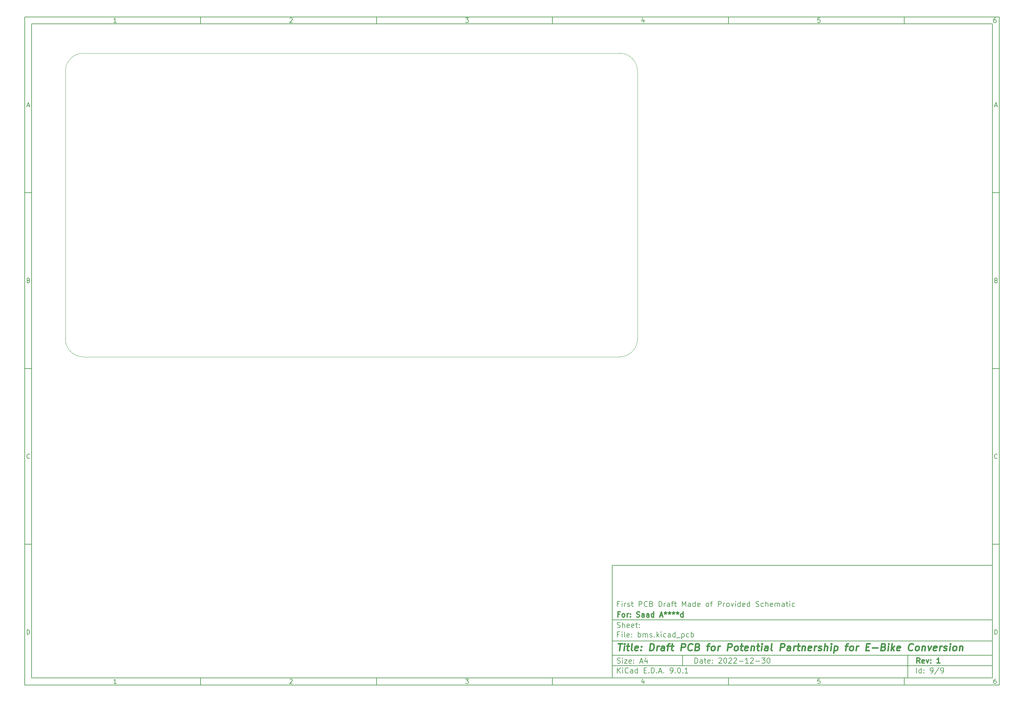
<source format=gbr>
%TF.GenerationSoftware,KiCad,Pcbnew,9.0.1*%
%TF.CreationDate,2025-04-21T20:35:51+04:00*%
%TF.ProjectId,bms,626d732e-6b69-4636-9164-5f7063625858,1*%
%TF.SameCoordinates,Original*%
%TF.FileFunction,Profile,NP*%
%FSLAX46Y46*%
G04 Gerber Fmt 4.6, Leading zero omitted, Abs format (unit mm)*
G04 Created by KiCad (PCBNEW 9.0.1) date 2025-04-21 20:35:51*
%MOMM*%
%LPD*%
G01*
G04 APERTURE LIST*
%ADD10C,0.100000*%
%ADD11C,0.150000*%
%ADD12C,0.300000*%
%ADD13C,0.400000*%
%TA.AperFunction,Profile*%
%ADD14C,0.100000*%
%TD*%
G04 APERTURE END LIST*
D10*
D11*
X177002200Y-166007200D02*
X285002200Y-166007200D01*
X285002200Y-198007200D01*
X177002200Y-198007200D01*
X177002200Y-166007200D01*
D10*
D11*
X10000000Y-10000000D02*
X287002200Y-10000000D01*
X287002200Y-200007200D01*
X10000000Y-200007200D01*
X10000000Y-10000000D01*
D10*
D11*
X12000000Y-12000000D02*
X285002200Y-12000000D01*
X285002200Y-198007200D01*
X12000000Y-198007200D01*
X12000000Y-12000000D01*
D10*
D11*
X60000000Y-12000000D02*
X60000000Y-10000000D01*
D10*
D11*
X110000000Y-12000000D02*
X110000000Y-10000000D01*
D10*
D11*
X160000000Y-12000000D02*
X160000000Y-10000000D01*
D10*
D11*
X210000000Y-12000000D02*
X210000000Y-10000000D01*
D10*
D11*
X260000000Y-12000000D02*
X260000000Y-10000000D01*
D10*
D11*
X36089160Y-11593604D02*
X35346303Y-11593604D01*
X35717731Y-11593604D02*
X35717731Y-10293604D01*
X35717731Y-10293604D02*
X35593922Y-10479319D01*
X35593922Y-10479319D02*
X35470112Y-10603128D01*
X35470112Y-10603128D02*
X35346303Y-10665033D01*
D10*
D11*
X85346303Y-10417414D02*
X85408207Y-10355509D01*
X85408207Y-10355509D02*
X85532017Y-10293604D01*
X85532017Y-10293604D02*
X85841541Y-10293604D01*
X85841541Y-10293604D02*
X85965350Y-10355509D01*
X85965350Y-10355509D02*
X86027255Y-10417414D01*
X86027255Y-10417414D02*
X86089160Y-10541223D01*
X86089160Y-10541223D02*
X86089160Y-10665033D01*
X86089160Y-10665033D02*
X86027255Y-10850747D01*
X86027255Y-10850747D02*
X85284398Y-11593604D01*
X85284398Y-11593604D02*
X86089160Y-11593604D01*
D10*
D11*
X135284398Y-10293604D02*
X136089160Y-10293604D01*
X136089160Y-10293604D02*
X135655826Y-10788842D01*
X135655826Y-10788842D02*
X135841541Y-10788842D01*
X135841541Y-10788842D02*
X135965350Y-10850747D01*
X135965350Y-10850747D02*
X136027255Y-10912652D01*
X136027255Y-10912652D02*
X136089160Y-11036461D01*
X136089160Y-11036461D02*
X136089160Y-11345985D01*
X136089160Y-11345985D02*
X136027255Y-11469795D01*
X136027255Y-11469795D02*
X135965350Y-11531700D01*
X135965350Y-11531700D02*
X135841541Y-11593604D01*
X135841541Y-11593604D02*
X135470112Y-11593604D01*
X135470112Y-11593604D02*
X135346303Y-11531700D01*
X135346303Y-11531700D02*
X135284398Y-11469795D01*
D10*
D11*
X185965350Y-10726938D02*
X185965350Y-11593604D01*
X185655826Y-10231700D02*
X185346303Y-11160271D01*
X185346303Y-11160271D02*
X186151064Y-11160271D01*
D10*
D11*
X236027255Y-10293604D02*
X235408207Y-10293604D01*
X235408207Y-10293604D02*
X235346303Y-10912652D01*
X235346303Y-10912652D02*
X235408207Y-10850747D01*
X235408207Y-10850747D02*
X235532017Y-10788842D01*
X235532017Y-10788842D02*
X235841541Y-10788842D01*
X235841541Y-10788842D02*
X235965350Y-10850747D01*
X235965350Y-10850747D02*
X236027255Y-10912652D01*
X236027255Y-10912652D02*
X236089160Y-11036461D01*
X236089160Y-11036461D02*
X236089160Y-11345985D01*
X236089160Y-11345985D02*
X236027255Y-11469795D01*
X236027255Y-11469795D02*
X235965350Y-11531700D01*
X235965350Y-11531700D02*
X235841541Y-11593604D01*
X235841541Y-11593604D02*
X235532017Y-11593604D01*
X235532017Y-11593604D02*
X235408207Y-11531700D01*
X235408207Y-11531700D02*
X235346303Y-11469795D01*
D10*
D11*
X285965350Y-10293604D02*
X285717731Y-10293604D01*
X285717731Y-10293604D02*
X285593922Y-10355509D01*
X285593922Y-10355509D02*
X285532017Y-10417414D01*
X285532017Y-10417414D02*
X285408207Y-10603128D01*
X285408207Y-10603128D02*
X285346303Y-10850747D01*
X285346303Y-10850747D02*
X285346303Y-11345985D01*
X285346303Y-11345985D02*
X285408207Y-11469795D01*
X285408207Y-11469795D02*
X285470112Y-11531700D01*
X285470112Y-11531700D02*
X285593922Y-11593604D01*
X285593922Y-11593604D02*
X285841541Y-11593604D01*
X285841541Y-11593604D02*
X285965350Y-11531700D01*
X285965350Y-11531700D02*
X286027255Y-11469795D01*
X286027255Y-11469795D02*
X286089160Y-11345985D01*
X286089160Y-11345985D02*
X286089160Y-11036461D01*
X286089160Y-11036461D02*
X286027255Y-10912652D01*
X286027255Y-10912652D02*
X285965350Y-10850747D01*
X285965350Y-10850747D02*
X285841541Y-10788842D01*
X285841541Y-10788842D02*
X285593922Y-10788842D01*
X285593922Y-10788842D02*
X285470112Y-10850747D01*
X285470112Y-10850747D02*
X285408207Y-10912652D01*
X285408207Y-10912652D02*
X285346303Y-11036461D01*
D10*
D11*
X60000000Y-198007200D02*
X60000000Y-200007200D01*
D10*
D11*
X110000000Y-198007200D02*
X110000000Y-200007200D01*
D10*
D11*
X160000000Y-198007200D02*
X160000000Y-200007200D01*
D10*
D11*
X210000000Y-198007200D02*
X210000000Y-200007200D01*
D10*
D11*
X260000000Y-198007200D02*
X260000000Y-200007200D01*
D10*
D11*
X36089160Y-199600804D02*
X35346303Y-199600804D01*
X35717731Y-199600804D02*
X35717731Y-198300804D01*
X35717731Y-198300804D02*
X35593922Y-198486519D01*
X35593922Y-198486519D02*
X35470112Y-198610328D01*
X35470112Y-198610328D02*
X35346303Y-198672233D01*
D10*
D11*
X85346303Y-198424614D02*
X85408207Y-198362709D01*
X85408207Y-198362709D02*
X85532017Y-198300804D01*
X85532017Y-198300804D02*
X85841541Y-198300804D01*
X85841541Y-198300804D02*
X85965350Y-198362709D01*
X85965350Y-198362709D02*
X86027255Y-198424614D01*
X86027255Y-198424614D02*
X86089160Y-198548423D01*
X86089160Y-198548423D02*
X86089160Y-198672233D01*
X86089160Y-198672233D02*
X86027255Y-198857947D01*
X86027255Y-198857947D02*
X85284398Y-199600804D01*
X85284398Y-199600804D02*
X86089160Y-199600804D01*
D10*
D11*
X135284398Y-198300804D02*
X136089160Y-198300804D01*
X136089160Y-198300804D02*
X135655826Y-198796042D01*
X135655826Y-198796042D02*
X135841541Y-198796042D01*
X135841541Y-198796042D02*
X135965350Y-198857947D01*
X135965350Y-198857947D02*
X136027255Y-198919852D01*
X136027255Y-198919852D02*
X136089160Y-199043661D01*
X136089160Y-199043661D02*
X136089160Y-199353185D01*
X136089160Y-199353185D02*
X136027255Y-199476995D01*
X136027255Y-199476995D02*
X135965350Y-199538900D01*
X135965350Y-199538900D02*
X135841541Y-199600804D01*
X135841541Y-199600804D02*
X135470112Y-199600804D01*
X135470112Y-199600804D02*
X135346303Y-199538900D01*
X135346303Y-199538900D02*
X135284398Y-199476995D01*
D10*
D11*
X185965350Y-198734138D02*
X185965350Y-199600804D01*
X185655826Y-198238900D02*
X185346303Y-199167471D01*
X185346303Y-199167471D02*
X186151064Y-199167471D01*
D10*
D11*
X236027255Y-198300804D02*
X235408207Y-198300804D01*
X235408207Y-198300804D02*
X235346303Y-198919852D01*
X235346303Y-198919852D02*
X235408207Y-198857947D01*
X235408207Y-198857947D02*
X235532017Y-198796042D01*
X235532017Y-198796042D02*
X235841541Y-198796042D01*
X235841541Y-198796042D02*
X235965350Y-198857947D01*
X235965350Y-198857947D02*
X236027255Y-198919852D01*
X236027255Y-198919852D02*
X236089160Y-199043661D01*
X236089160Y-199043661D02*
X236089160Y-199353185D01*
X236089160Y-199353185D02*
X236027255Y-199476995D01*
X236027255Y-199476995D02*
X235965350Y-199538900D01*
X235965350Y-199538900D02*
X235841541Y-199600804D01*
X235841541Y-199600804D02*
X235532017Y-199600804D01*
X235532017Y-199600804D02*
X235408207Y-199538900D01*
X235408207Y-199538900D02*
X235346303Y-199476995D01*
D10*
D11*
X285965350Y-198300804D02*
X285717731Y-198300804D01*
X285717731Y-198300804D02*
X285593922Y-198362709D01*
X285593922Y-198362709D02*
X285532017Y-198424614D01*
X285532017Y-198424614D02*
X285408207Y-198610328D01*
X285408207Y-198610328D02*
X285346303Y-198857947D01*
X285346303Y-198857947D02*
X285346303Y-199353185D01*
X285346303Y-199353185D02*
X285408207Y-199476995D01*
X285408207Y-199476995D02*
X285470112Y-199538900D01*
X285470112Y-199538900D02*
X285593922Y-199600804D01*
X285593922Y-199600804D02*
X285841541Y-199600804D01*
X285841541Y-199600804D02*
X285965350Y-199538900D01*
X285965350Y-199538900D02*
X286027255Y-199476995D01*
X286027255Y-199476995D02*
X286089160Y-199353185D01*
X286089160Y-199353185D02*
X286089160Y-199043661D01*
X286089160Y-199043661D02*
X286027255Y-198919852D01*
X286027255Y-198919852D02*
X285965350Y-198857947D01*
X285965350Y-198857947D02*
X285841541Y-198796042D01*
X285841541Y-198796042D02*
X285593922Y-198796042D01*
X285593922Y-198796042D02*
X285470112Y-198857947D01*
X285470112Y-198857947D02*
X285408207Y-198919852D01*
X285408207Y-198919852D02*
X285346303Y-199043661D01*
D10*
D11*
X10000000Y-60000000D02*
X12000000Y-60000000D01*
D10*
D11*
X10000000Y-110000000D02*
X12000000Y-110000000D01*
D10*
D11*
X10000000Y-160000000D02*
X12000000Y-160000000D01*
D10*
D11*
X10690476Y-35222176D02*
X11309523Y-35222176D01*
X10566666Y-35593604D02*
X10999999Y-34293604D01*
X10999999Y-34293604D02*
X11433333Y-35593604D01*
D10*
D11*
X11092857Y-84912652D02*
X11278571Y-84974557D01*
X11278571Y-84974557D02*
X11340476Y-85036461D01*
X11340476Y-85036461D02*
X11402380Y-85160271D01*
X11402380Y-85160271D02*
X11402380Y-85345985D01*
X11402380Y-85345985D02*
X11340476Y-85469795D01*
X11340476Y-85469795D02*
X11278571Y-85531700D01*
X11278571Y-85531700D02*
X11154761Y-85593604D01*
X11154761Y-85593604D02*
X10659523Y-85593604D01*
X10659523Y-85593604D02*
X10659523Y-84293604D01*
X10659523Y-84293604D02*
X11092857Y-84293604D01*
X11092857Y-84293604D02*
X11216666Y-84355509D01*
X11216666Y-84355509D02*
X11278571Y-84417414D01*
X11278571Y-84417414D02*
X11340476Y-84541223D01*
X11340476Y-84541223D02*
X11340476Y-84665033D01*
X11340476Y-84665033D02*
X11278571Y-84788842D01*
X11278571Y-84788842D02*
X11216666Y-84850747D01*
X11216666Y-84850747D02*
X11092857Y-84912652D01*
X11092857Y-84912652D02*
X10659523Y-84912652D01*
D10*
D11*
X11402380Y-135469795D02*
X11340476Y-135531700D01*
X11340476Y-135531700D02*
X11154761Y-135593604D01*
X11154761Y-135593604D02*
X11030952Y-135593604D01*
X11030952Y-135593604D02*
X10845238Y-135531700D01*
X10845238Y-135531700D02*
X10721428Y-135407890D01*
X10721428Y-135407890D02*
X10659523Y-135284080D01*
X10659523Y-135284080D02*
X10597619Y-135036461D01*
X10597619Y-135036461D02*
X10597619Y-134850747D01*
X10597619Y-134850747D02*
X10659523Y-134603128D01*
X10659523Y-134603128D02*
X10721428Y-134479319D01*
X10721428Y-134479319D02*
X10845238Y-134355509D01*
X10845238Y-134355509D02*
X11030952Y-134293604D01*
X11030952Y-134293604D02*
X11154761Y-134293604D01*
X11154761Y-134293604D02*
X11340476Y-134355509D01*
X11340476Y-134355509D02*
X11402380Y-134417414D01*
D10*
D11*
X10659523Y-185593604D02*
X10659523Y-184293604D01*
X10659523Y-184293604D02*
X10969047Y-184293604D01*
X10969047Y-184293604D02*
X11154761Y-184355509D01*
X11154761Y-184355509D02*
X11278571Y-184479319D01*
X11278571Y-184479319D02*
X11340476Y-184603128D01*
X11340476Y-184603128D02*
X11402380Y-184850747D01*
X11402380Y-184850747D02*
X11402380Y-185036461D01*
X11402380Y-185036461D02*
X11340476Y-185284080D01*
X11340476Y-185284080D02*
X11278571Y-185407890D01*
X11278571Y-185407890D02*
X11154761Y-185531700D01*
X11154761Y-185531700D02*
X10969047Y-185593604D01*
X10969047Y-185593604D02*
X10659523Y-185593604D01*
D10*
D11*
X287002200Y-60000000D02*
X285002200Y-60000000D01*
D10*
D11*
X287002200Y-110000000D02*
X285002200Y-110000000D01*
D10*
D11*
X287002200Y-160000000D02*
X285002200Y-160000000D01*
D10*
D11*
X285692676Y-35222176D02*
X286311723Y-35222176D01*
X285568866Y-35593604D02*
X286002199Y-34293604D01*
X286002199Y-34293604D02*
X286435533Y-35593604D01*
D10*
D11*
X286095057Y-84912652D02*
X286280771Y-84974557D01*
X286280771Y-84974557D02*
X286342676Y-85036461D01*
X286342676Y-85036461D02*
X286404580Y-85160271D01*
X286404580Y-85160271D02*
X286404580Y-85345985D01*
X286404580Y-85345985D02*
X286342676Y-85469795D01*
X286342676Y-85469795D02*
X286280771Y-85531700D01*
X286280771Y-85531700D02*
X286156961Y-85593604D01*
X286156961Y-85593604D02*
X285661723Y-85593604D01*
X285661723Y-85593604D02*
X285661723Y-84293604D01*
X285661723Y-84293604D02*
X286095057Y-84293604D01*
X286095057Y-84293604D02*
X286218866Y-84355509D01*
X286218866Y-84355509D02*
X286280771Y-84417414D01*
X286280771Y-84417414D02*
X286342676Y-84541223D01*
X286342676Y-84541223D02*
X286342676Y-84665033D01*
X286342676Y-84665033D02*
X286280771Y-84788842D01*
X286280771Y-84788842D02*
X286218866Y-84850747D01*
X286218866Y-84850747D02*
X286095057Y-84912652D01*
X286095057Y-84912652D02*
X285661723Y-84912652D01*
D10*
D11*
X286404580Y-135469795D02*
X286342676Y-135531700D01*
X286342676Y-135531700D02*
X286156961Y-135593604D01*
X286156961Y-135593604D02*
X286033152Y-135593604D01*
X286033152Y-135593604D02*
X285847438Y-135531700D01*
X285847438Y-135531700D02*
X285723628Y-135407890D01*
X285723628Y-135407890D02*
X285661723Y-135284080D01*
X285661723Y-135284080D02*
X285599819Y-135036461D01*
X285599819Y-135036461D02*
X285599819Y-134850747D01*
X285599819Y-134850747D02*
X285661723Y-134603128D01*
X285661723Y-134603128D02*
X285723628Y-134479319D01*
X285723628Y-134479319D02*
X285847438Y-134355509D01*
X285847438Y-134355509D02*
X286033152Y-134293604D01*
X286033152Y-134293604D02*
X286156961Y-134293604D01*
X286156961Y-134293604D02*
X286342676Y-134355509D01*
X286342676Y-134355509D02*
X286404580Y-134417414D01*
D10*
D11*
X285661723Y-185593604D02*
X285661723Y-184293604D01*
X285661723Y-184293604D02*
X285971247Y-184293604D01*
X285971247Y-184293604D02*
X286156961Y-184355509D01*
X286156961Y-184355509D02*
X286280771Y-184479319D01*
X286280771Y-184479319D02*
X286342676Y-184603128D01*
X286342676Y-184603128D02*
X286404580Y-184850747D01*
X286404580Y-184850747D02*
X286404580Y-185036461D01*
X286404580Y-185036461D02*
X286342676Y-185284080D01*
X286342676Y-185284080D02*
X286280771Y-185407890D01*
X286280771Y-185407890D02*
X286156961Y-185531700D01*
X286156961Y-185531700D02*
X285971247Y-185593604D01*
X285971247Y-185593604D02*
X285661723Y-185593604D01*
D10*
D11*
X200458026Y-193793328D02*
X200458026Y-192293328D01*
X200458026Y-192293328D02*
X200815169Y-192293328D01*
X200815169Y-192293328D02*
X201029455Y-192364757D01*
X201029455Y-192364757D02*
X201172312Y-192507614D01*
X201172312Y-192507614D02*
X201243741Y-192650471D01*
X201243741Y-192650471D02*
X201315169Y-192936185D01*
X201315169Y-192936185D02*
X201315169Y-193150471D01*
X201315169Y-193150471D02*
X201243741Y-193436185D01*
X201243741Y-193436185D02*
X201172312Y-193579042D01*
X201172312Y-193579042D02*
X201029455Y-193721900D01*
X201029455Y-193721900D02*
X200815169Y-193793328D01*
X200815169Y-193793328D02*
X200458026Y-193793328D01*
X202600884Y-193793328D02*
X202600884Y-193007614D01*
X202600884Y-193007614D02*
X202529455Y-192864757D01*
X202529455Y-192864757D02*
X202386598Y-192793328D01*
X202386598Y-192793328D02*
X202100884Y-192793328D01*
X202100884Y-192793328D02*
X201958026Y-192864757D01*
X202600884Y-193721900D02*
X202458026Y-193793328D01*
X202458026Y-193793328D02*
X202100884Y-193793328D01*
X202100884Y-193793328D02*
X201958026Y-193721900D01*
X201958026Y-193721900D02*
X201886598Y-193579042D01*
X201886598Y-193579042D02*
X201886598Y-193436185D01*
X201886598Y-193436185D02*
X201958026Y-193293328D01*
X201958026Y-193293328D02*
X202100884Y-193221900D01*
X202100884Y-193221900D02*
X202458026Y-193221900D01*
X202458026Y-193221900D02*
X202600884Y-193150471D01*
X203100884Y-192793328D02*
X203672312Y-192793328D01*
X203315169Y-192293328D02*
X203315169Y-193579042D01*
X203315169Y-193579042D02*
X203386598Y-193721900D01*
X203386598Y-193721900D02*
X203529455Y-193793328D01*
X203529455Y-193793328D02*
X203672312Y-193793328D01*
X204743741Y-193721900D02*
X204600884Y-193793328D01*
X204600884Y-193793328D02*
X204315170Y-193793328D01*
X204315170Y-193793328D02*
X204172312Y-193721900D01*
X204172312Y-193721900D02*
X204100884Y-193579042D01*
X204100884Y-193579042D02*
X204100884Y-193007614D01*
X204100884Y-193007614D02*
X204172312Y-192864757D01*
X204172312Y-192864757D02*
X204315170Y-192793328D01*
X204315170Y-192793328D02*
X204600884Y-192793328D01*
X204600884Y-192793328D02*
X204743741Y-192864757D01*
X204743741Y-192864757D02*
X204815170Y-193007614D01*
X204815170Y-193007614D02*
X204815170Y-193150471D01*
X204815170Y-193150471D02*
X204100884Y-193293328D01*
X205458026Y-193650471D02*
X205529455Y-193721900D01*
X205529455Y-193721900D02*
X205458026Y-193793328D01*
X205458026Y-193793328D02*
X205386598Y-193721900D01*
X205386598Y-193721900D02*
X205458026Y-193650471D01*
X205458026Y-193650471D02*
X205458026Y-193793328D01*
X205458026Y-192864757D02*
X205529455Y-192936185D01*
X205529455Y-192936185D02*
X205458026Y-193007614D01*
X205458026Y-193007614D02*
X205386598Y-192936185D01*
X205386598Y-192936185D02*
X205458026Y-192864757D01*
X205458026Y-192864757D02*
X205458026Y-193007614D01*
X207243741Y-192436185D02*
X207315169Y-192364757D01*
X207315169Y-192364757D02*
X207458027Y-192293328D01*
X207458027Y-192293328D02*
X207815169Y-192293328D01*
X207815169Y-192293328D02*
X207958027Y-192364757D01*
X207958027Y-192364757D02*
X208029455Y-192436185D01*
X208029455Y-192436185D02*
X208100884Y-192579042D01*
X208100884Y-192579042D02*
X208100884Y-192721900D01*
X208100884Y-192721900D02*
X208029455Y-192936185D01*
X208029455Y-192936185D02*
X207172312Y-193793328D01*
X207172312Y-193793328D02*
X208100884Y-193793328D01*
X209029455Y-192293328D02*
X209172312Y-192293328D01*
X209172312Y-192293328D02*
X209315169Y-192364757D01*
X209315169Y-192364757D02*
X209386598Y-192436185D01*
X209386598Y-192436185D02*
X209458026Y-192579042D01*
X209458026Y-192579042D02*
X209529455Y-192864757D01*
X209529455Y-192864757D02*
X209529455Y-193221900D01*
X209529455Y-193221900D02*
X209458026Y-193507614D01*
X209458026Y-193507614D02*
X209386598Y-193650471D01*
X209386598Y-193650471D02*
X209315169Y-193721900D01*
X209315169Y-193721900D02*
X209172312Y-193793328D01*
X209172312Y-193793328D02*
X209029455Y-193793328D01*
X209029455Y-193793328D02*
X208886598Y-193721900D01*
X208886598Y-193721900D02*
X208815169Y-193650471D01*
X208815169Y-193650471D02*
X208743740Y-193507614D01*
X208743740Y-193507614D02*
X208672312Y-193221900D01*
X208672312Y-193221900D02*
X208672312Y-192864757D01*
X208672312Y-192864757D02*
X208743740Y-192579042D01*
X208743740Y-192579042D02*
X208815169Y-192436185D01*
X208815169Y-192436185D02*
X208886598Y-192364757D01*
X208886598Y-192364757D02*
X209029455Y-192293328D01*
X210100883Y-192436185D02*
X210172311Y-192364757D01*
X210172311Y-192364757D02*
X210315169Y-192293328D01*
X210315169Y-192293328D02*
X210672311Y-192293328D01*
X210672311Y-192293328D02*
X210815169Y-192364757D01*
X210815169Y-192364757D02*
X210886597Y-192436185D01*
X210886597Y-192436185D02*
X210958026Y-192579042D01*
X210958026Y-192579042D02*
X210958026Y-192721900D01*
X210958026Y-192721900D02*
X210886597Y-192936185D01*
X210886597Y-192936185D02*
X210029454Y-193793328D01*
X210029454Y-193793328D02*
X210958026Y-193793328D01*
X211529454Y-192436185D02*
X211600882Y-192364757D01*
X211600882Y-192364757D02*
X211743740Y-192293328D01*
X211743740Y-192293328D02*
X212100882Y-192293328D01*
X212100882Y-192293328D02*
X212243740Y-192364757D01*
X212243740Y-192364757D02*
X212315168Y-192436185D01*
X212315168Y-192436185D02*
X212386597Y-192579042D01*
X212386597Y-192579042D02*
X212386597Y-192721900D01*
X212386597Y-192721900D02*
X212315168Y-192936185D01*
X212315168Y-192936185D02*
X211458025Y-193793328D01*
X211458025Y-193793328D02*
X212386597Y-193793328D01*
X213029453Y-193221900D02*
X214172311Y-193221900D01*
X215672311Y-193793328D02*
X214815168Y-193793328D01*
X215243739Y-193793328D02*
X215243739Y-192293328D01*
X215243739Y-192293328D02*
X215100882Y-192507614D01*
X215100882Y-192507614D02*
X214958025Y-192650471D01*
X214958025Y-192650471D02*
X214815168Y-192721900D01*
X216243739Y-192436185D02*
X216315167Y-192364757D01*
X216315167Y-192364757D02*
X216458025Y-192293328D01*
X216458025Y-192293328D02*
X216815167Y-192293328D01*
X216815167Y-192293328D02*
X216958025Y-192364757D01*
X216958025Y-192364757D02*
X217029453Y-192436185D01*
X217029453Y-192436185D02*
X217100882Y-192579042D01*
X217100882Y-192579042D02*
X217100882Y-192721900D01*
X217100882Y-192721900D02*
X217029453Y-192936185D01*
X217029453Y-192936185D02*
X216172310Y-193793328D01*
X216172310Y-193793328D02*
X217100882Y-193793328D01*
X217743738Y-193221900D02*
X218886596Y-193221900D01*
X219458024Y-192293328D02*
X220386596Y-192293328D01*
X220386596Y-192293328D02*
X219886596Y-192864757D01*
X219886596Y-192864757D02*
X220100881Y-192864757D01*
X220100881Y-192864757D02*
X220243739Y-192936185D01*
X220243739Y-192936185D02*
X220315167Y-193007614D01*
X220315167Y-193007614D02*
X220386596Y-193150471D01*
X220386596Y-193150471D02*
X220386596Y-193507614D01*
X220386596Y-193507614D02*
X220315167Y-193650471D01*
X220315167Y-193650471D02*
X220243739Y-193721900D01*
X220243739Y-193721900D02*
X220100881Y-193793328D01*
X220100881Y-193793328D02*
X219672310Y-193793328D01*
X219672310Y-193793328D02*
X219529453Y-193721900D01*
X219529453Y-193721900D02*
X219458024Y-193650471D01*
X221315167Y-192293328D02*
X221458024Y-192293328D01*
X221458024Y-192293328D02*
X221600881Y-192364757D01*
X221600881Y-192364757D02*
X221672310Y-192436185D01*
X221672310Y-192436185D02*
X221743738Y-192579042D01*
X221743738Y-192579042D02*
X221815167Y-192864757D01*
X221815167Y-192864757D02*
X221815167Y-193221900D01*
X221815167Y-193221900D02*
X221743738Y-193507614D01*
X221743738Y-193507614D02*
X221672310Y-193650471D01*
X221672310Y-193650471D02*
X221600881Y-193721900D01*
X221600881Y-193721900D02*
X221458024Y-193793328D01*
X221458024Y-193793328D02*
X221315167Y-193793328D01*
X221315167Y-193793328D02*
X221172310Y-193721900D01*
X221172310Y-193721900D02*
X221100881Y-193650471D01*
X221100881Y-193650471D02*
X221029452Y-193507614D01*
X221029452Y-193507614D02*
X220958024Y-193221900D01*
X220958024Y-193221900D02*
X220958024Y-192864757D01*
X220958024Y-192864757D02*
X221029452Y-192579042D01*
X221029452Y-192579042D02*
X221100881Y-192436185D01*
X221100881Y-192436185D02*
X221172310Y-192364757D01*
X221172310Y-192364757D02*
X221315167Y-192293328D01*
D10*
D11*
X177002200Y-194507200D02*
X285002200Y-194507200D01*
D10*
D11*
X178458026Y-196593328D02*
X178458026Y-195093328D01*
X179315169Y-196593328D02*
X178672312Y-195736185D01*
X179315169Y-195093328D02*
X178458026Y-195950471D01*
X179958026Y-196593328D02*
X179958026Y-195593328D01*
X179958026Y-195093328D02*
X179886598Y-195164757D01*
X179886598Y-195164757D02*
X179958026Y-195236185D01*
X179958026Y-195236185D02*
X180029455Y-195164757D01*
X180029455Y-195164757D02*
X179958026Y-195093328D01*
X179958026Y-195093328D02*
X179958026Y-195236185D01*
X181529455Y-196450471D02*
X181458027Y-196521900D01*
X181458027Y-196521900D02*
X181243741Y-196593328D01*
X181243741Y-196593328D02*
X181100884Y-196593328D01*
X181100884Y-196593328D02*
X180886598Y-196521900D01*
X180886598Y-196521900D02*
X180743741Y-196379042D01*
X180743741Y-196379042D02*
X180672312Y-196236185D01*
X180672312Y-196236185D02*
X180600884Y-195950471D01*
X180600884Y-195950471D02*
X180600884Y-195736185D01*
X180600884Y-195736185D02*
X180672312Y-195450471D01*
X180672312Y-195450471D02*
X180743741Y-195307614D01*
X180743741Y-195307614D02*
X180886598Y-195164757D01*
X180886598Y-195164757D02*
X181100884Y-195093328D01*
X181100884Y-195093328D02*
X181243741Y-195093328D01*
X181243741Y-195093328D02*
X181458027Y-195164757D01*
X181458027Y-195164757D02*
X181529455Y-195236185D01*
X182815170Y-196593328D02*
X182815170Y-195807614D01*
X182815170Y-195807614D02*
X182743741Y-195664757D01*
X182743741Y-195664757D02*
X182600884Y-195593328D01*
X182600884Y-195593328D02*
X182315170Y-195593328D01*
X182315170Y-195593328D02*
X182172312Y-195664757D01*
X182815170Y-196521900D02*
X182672312Y-196593328D01*
X182672312Y-196593328D02*
X182315170Y-196593328D01*
X182315170Y-196593328D02*
X182172312Y-196521900D01*
X182172312Y-196521900D02*
X182100884Y-196379042D01*
X182100884Y-196379042D02*
X182100884Y-196236185D01*
X182100884Y-196236185D02*
X182172312Y-196093328D01*
X182172312Y-196093328D02*
X182315170Y-196021900D01*
X182315170Y-196021900D02*
X182672312Y-196021900D01*
X182672312Y-196021900D02*
X182815170Y-195950471D01*
X184172313Y-196593328D02*
X184172313Y-195093328D01*
X184172313Y-196521900D02*
X184029455Y-196593328D01*
X184029455Y-196593328D02*
X183743741Y-196593328D01*
X183743741Y-196593328D02*
X183600884Y-196521900D01*
X183600884Y-196521900D02*
X183529455Y-196450471D01*
X183529455Y-196450471D02*
X183458027Y-196307614D01*
X183458027Y-196307614D02*
X183458027Y-195879042D01*
X183458027Y-195879042D02*
X183529455Y-195736185D01*
X183529455Y-195736185D02*
X183600884Y-195664757D01*
X183600884Y-195664757D02*
X183743741Y-195593328D01*
X183743741Y-195593328D02*
X184029455Y-195593328D01*
X184029455Y-195593328D02*
X184172313Y-195664757D01*
X186029455Y-195807614D02*
X186529455Y-195807614D01*
X186743741Y-196593328D02*
X186029455Y-196593328D01*
X186029455Y-196593328D02*
X186029455Y-195093328D01*
X186029455Y-195093328D02*
X186743741Y-195093328D01*
X187386598Y-196450471D02*
X187458027Y-196521900D01*
X187458027Y-196521900D02*
X187386598Y-196593328D01*
X187386598Y-196593328D02*
X187315170Y-196521900D01*
X187315170Y-196521900D02*
X187386598Y-196450471D01*
X187386598Y-196450471D02*
X187386598Y-196593328D01*
X188100884Y-196593328D02*
X188100884Y-195093328D01*
X188100884Y-195093328D02*
X188458027Y-195093328D01*
X188458027Y-195093328D02*
X188672313Y-195164757D01*
X188672313Y-195164757D02*
X188815170Y-195307614D01*
X188815170Y-195307614D02*
X188886599Y-195450471D01*
X188886599Y-195450471D02*
X188958027Y-195736185D01*
X188958027Y-195736185D02*
X188958027Y-195950471D01*
X188958027Y-195950471D02*
X188886599Y-196236185D01*
X188886599Y-196236185D02*
X188815170Y-196379042D01*
X188815170Y-196379042D02*
X188672313Y-196521900D01*
X188672313Y-196521900D02*
X188458027Y-196593328D01*
X188458027Y-196593328D02*
X188100884Y-196593328D01*
X189600884Y-196450471D02*
X189672313Y-196521900D01*
X189672313Y-196521900D02*
X189600884Y-196593328D01*
X189600884Y-196593328D02*
X189529456Y-196521900D01*
X189529456Y-196521900D02*
X189600884Y-196450471D01*
X189600884Y-196450471D02*
X189600884Y-196593328D01*
X190243742Y-196164757D02*
X190958028Y-196164757D01*
X190100885Y-196593328D02*
X190600885Y-195093328D01*
X190600885Y-195093328D02*
X191100885Y-196593328D01*
X191600884Y-196450471D02*
X191672313Y-196521900D01*
X191672313Y-196521900D02*
X191600884Y-196593328D01*
X191600884Y-196593328D02*
X191529456Y-196521900D01*
X191529456Y-196521900D02*
X191600884Y-196450471D01*
X191600884Y-196450471D02*
X191600884Y-196593328D01*
X193529456Y-196593328D02*
X193815170Y-196593328D01*
X193815170Y-196593328D02*
X193958027Y-196521900D01*
X193958027Y-196521900D02*
X194029456Y-196450471D01*
X194029456Y-196450471D02*
X194172313Y-196236185D01*
X194172313Y-196236185D02*
X194243742Y-195950471D01*
X194243742Y-195950471D02*
X194243742Y-195379042D01*
X194243742Y-195379042D02*
X194172313Y-195236185D01*
X194172313Y-195236185D02*
X194100885Y-195164757D01*
X194100885Y-195164757D02*
X193958027Y-195093328D01*
X193958027Y-195093328D02*
X193672313Y-195093328D01*
X193672313Y-195093328D02*
X193529456Y-195164757D01*
X193529456Y-195164757D02*
X193458027Y-195236185D01*
X193458027Y-195236185D02*
X193386599Y-195379042D01*
X193386599Y-195379042D02*
X193386599Y-195736185D01*
X193386599Y-195736185D02*
X193458027Y-195879042D01*
X193458027Y-195879042D02*
X193529456Y-195950471D01*
X193529456Y-195950471D02*
X193672313Y-196021900D01*
X193672313Y-196021900D02*
X193958027Y-196021900D01*
X193958027Y-196021900D02*
X194100885Y-195950471D01*
X194100885Y-195950471D02*
X194172313Y-195879042D01*
X194172313Y-195879042D02*
X194243742Y-195736185D01*
X194886598Y-196450471D02*
X194958027Y-196521900D01*
X194958027Y-196521900D02*
X194886598Y-196593328D01*
X194886598Y-196593328D02*
X194815170Y-196521900D01*
X194815170Y-196521900D02*
X194886598Y-196450471D01*
X194886598Y-196450471D02*
X194886598Y-196593328D01*
X195886599Y-195093328D02*
X196029456Y-195093328D01*
X196029456Y-195093328D02*
X196172313Y-195164757D01*
X196172313Y-195164757D02*
X196243742Y-195236185D01*
X196243742Y-195236185D02*
X196315170Y-195379042D01*
X196315170Y-195379042D02*
X196386599Y-195664757D01*
X196386599Y-195664757D02*
X196386599Y-196021900D01*
X196386599Y-196021900D02*
X196315170Y-196307614D01*
X196315170Y-196307614D02*
X196243742Y-196450471D01*
X196243742Y-196450471D02*
X196172313Y-196521900D01*
X196172313Y-196521900D02*
X196029456Y-196593328D01*
X196029456Y-196593328D02*
X195886599Y-196593328D01*
X195886599Y-196593328D02*
X195743742Y-196521900D01*
X195743742Y-196521900D02*
X195672313Y-196450471D01*
X195672313Y-196450471D02*
X195600884Y-196307614D01*
X195600884Y-196307614D02*
X195529456Y-196021900D01*
X195529456Y-196021900D02*
X195529456Y-195664757D01*
X195529456Y-195664757D02*
X195600884Y-195379042D01*
X195600884Y-195379042D02*
X195672313Y-195236185D01*
X195672313Y-195236185D02*
X195743742Y-195164757D01*
X195743742Y-195164757D02*
X195886599Y-195093328D01*
X197029455Y-196450471D02*
X197100884Y-196521900D01*
X197100884Y-196521900D02*
X197029455Y-196593328D01*
X197029455Y-196593328D02*
X196958027Y-196521900D01*
X196958027Y-196521900D02*
X197029455Y-196450471D01*
X197029455Y-196450471D02*
X197029455Y-196593328D01*
X198529456Y-196593328D02*
X197672313Y-196593328D01*
X198100884Y-196593328D02*
X198100884Y-195093328D01*
X198100884Y-195093328D02*
X197958027Y-195307614D01*
X197958027Y-195307614D02*
X197815170Y-195450471D01*
X197815170Y-195450471D02*
X197672313Y-195521900D01*
D10*
D11*
X177002200Y-191507200D02*
X285002200Y-191507200D01*
D10*
D12*
X264413853Y-193785528D02*
X263913853Y-193071242D01*
X263556710Y-193785528D02*
X263556710Y-192285528D01*
X263556710Y-192285528D02*
X264128139Y-192285528D01*
X264128139Y-192285528D02*
X264270996Y-192356957D01*
X264270996Y-192356957D02*
X264342425Y-192428385D01*
X264342425Y-192428385D02*
X264413853Y-192571242D01*
X264413853Y-192571242D02*
X264413853Y-192785528D01*
X264413853Y-192785528D02*
X264342425Y-192928385D01*
X264342425Y-192928385D02*
X264270996Y-192999814D01*
X264270996Y-192999814D02*
X264128139Y-193071242D01*
X264128139Y-193071242D02*
X263556710Y-193071242D01*
X265628139Y-193714100D02*
X265485282Y-193785528D01*
X265485282Y-193785528D02*
X265199568Y-193785528D01*
X265199568Y-193785528D02*
X265056710Y-193714100D01*
X265056710Y-193714100D02*
X264985282Y-193571242D01*
X264985282Y-193571242D02*
X264985282Y-192999814D01*
X264985282Y-192999814D02*
X265056710Y-192856957D01*
X265056710Y-192856957D02*
X265199568Y-192785528D01*
X265199568Y-192785528D02*
X265485282Y-192785528D01*
X265485282Y-192785528D02*
X265628139Y-192856957D01*
X265628139Y-192856957D02*
X265699568Y-192999814D01*
X265699568Y-192999814D02*
X265699568Y-193142671D01*
X265699568Y-193142671D02*
X264985282Y-193285528D01*
X266199567Y-192785528D02*
X266556710Y-193785528D01*
X266556710Y-193785528D02*
X266913853Y-192785528D01*
X267485281Y-193642671D02*
X267556710Y-193714100D01*
X267556710Y-193714100D02*
X267485281Y-193785528D01*
X267485281Y-193785528D02*
X267413853Y-193714100D01*
X267413853Y-193714100D02*
X267485281Y-193642671D01*
X267485281Y-193642671D02*
X267485281Y-193785528D01*
X267485281Y-192856957D02*
X267556710Y-192928385D01*
X267556710Y-192928385D02*
X267485281Y-192999814D01*
X267485281Y-192999814D02*
X267413853Y-192928385D01*
X267413853Y-192928385D02*
X267485281Y-192856957D01*
X267485281Y-192856957D02*
X267485281Y-192999814D01*
X270128139Y-193785528D02*
X269270996Y-193785528D01*
X269699567Y-193785528D02*
X269699567Y-192285528D01*
X269699567Y-192285528D02*
X269556710Y-192499814D01*
X269556710Y-192499814D02*
X269413853Y-192642671D01*
X269413853Y-192642671D02*
X269270996Y-192714100D01*
D10*
D11*
X178386598Y-193721900D02*
X178600884Y-193793328D01*
X178600884Y-193793328D02*
X178958026Y-193793328D01*
X178958026Y-193793328D02*
X179100884Y-193721900D01*
X179100884Y-193721900D02*
X179172312Y-193650471D01*
X179172312Y-193650471D02*
X179243741Y-193507614D01*
X179243741Y-193507614D02*
X179243741Y-193364757D01*
X179243741Y-193364757D02*
X179172312Y-193221900D01*
X179172312Y-193221900D02*
X179100884Y-193150471D01*
X179100884Y-193150471D02*
X178958026Y-193079042D01*
X178958026Y-193079042D02*
X178672312Y-193007614D01*
X178672312Y-193007614D02*
X178529455Y-192936185D01*
X178529455Y-192936185D02*
X178458026Y-192864757D01*
X178458026Y-192864757D02*
X178386598Y-192721900D01*
X178386598Y-192721900D02*
X178386598Y-192579042D01*
X178386598Y-192579042D02*
X178458026Y-192436185D01*
X178458026Y-192436185D02*
X178529455Y-192364757D01*
X178529455Y-192364757D02*
X178672312Y-192293328D01*
X178672312Y-192293328D02*
X179029455Y-192293328D01*
X179029455Y-192293328D02*
X179243741Y-192364757D01*
X179886597Y-193793328D02*
X179886597Y-192793328D01*
X179886597Y-192293328D02*
X179815169Y-192364757D01*
X179815169Y-192364757D02*
X179886597Y-192436185D01*
X179886597Y-192436185D02*
X179958026Y-192364757D01*
X179958026Y-192364757D02*
X179886597Y-192293328D01*
X179886597Y-192293328D02*
X179886597Y-192436185D01*
X180458026Y-192793328D02*
X181243741Y-192793328D01*
X181243741Y-192793328D02*
X180458026Y-193793328D01*
X180458026Y-193793328D02*
X181243741Y-193793328D01*
X182386598Y-193721900D02*
X182243741Y-193793328D01*
X182243741Y-193793328D02*
X181958027Y-193793328D01*
X181958027Y-193793328D02*
X181815169Y-193721900D01*
X181815169Y-193721900D02*
X181743741Y-193579042D01*
X181743741Y-193579042D02*
X181743741Y-193007614D01*
X181743741Y-193007614D02*
X181815169Y-192864757D01*
X181815169Y-192864757D02*
X181958027Y-192793328D01*
X181958027Y-192793328D02*
X182243741Y-192793328D01*
X182243741Y-192793328D02*
X182386598Y-192864757D01*
X182386598Y-192864757D02*
X182458027Y-193007614D01*
X182458027Y-193007614D02*
X182458027Y-193150471D01*
X182458027Y-193150471D02*
X181743741Y-193293328D01*
X183100883Y-193650471D02*
X183172312Y-193721900D01*
X183172312Y-193721900D02*
X183100883Y-193793328D01*
X183100883Y-193793328D02*
X183029455Y-193721900D01*
X183029455Y-193721900D02*
X183100883Y-193650471D01*
X183100883Y-193650471D02*
X183100883Y-193793328D01*
X183100883Y-192864757D02*
X183172312Y-192936185D01*
X183172312Y-192936185D02*
X183100883Y-193007614D01*
X183100883Y-193007614D02*
X183029455Y-192936185D01*
X183029455Y-192936185D02*
X183100883Y-192864757D01*
X183100883Y-192864757D02*
X183100883Y-193007614D01*
X184886598Y-193364757D02*
X185600884Y-193364757D01*
X184743741Y-193793328D02*
X185243741Y-192293328D01*
X185243741Y-192293328D02*
X185743741Y-193793328D01*
X186886598Y-192793328D02*
X186886598Y-193793328D01*
X186529455Y-192221900D02*
X186172312Y-193293328D01*
X186172312Y-193293328D02*
X187100883Y-193293328D01*
D10*
D11*
X263458026Y-196593328D02*
X263458026Y-195093328D01*
X264815170Y-196593328D02*
X264815170Y-195093328D01*
X264815170Y-196521900D02*
X264672312Y-196593328D01*
X264672312Y-196593328D02*
X264386598Y-196593328D01*
X264386598Y-196593328D02*
X264243741Y-196521900D01*
X264243741Y-196521900D02*
X264172312Y-196450471D01*
X264172312Y-196450471D02*
X264100884Y-196307614D01*
X264100884Y-196307614D02*
X264100884Y-195879042D01*
X264100884Y-195879042D02*
X264172312Y-195736185D01*
X264172312Y-195736185D02*
X264243741Y-195664757D01*
X264243741Y-195664757D02*
X264386598Y-195593328D01*
X264386598Y-195593328D02*
X264672312Y-195593328D01*
X264672312Y-195593328D02*
X264815170Y-195664757D01*
X265529455Y-196450471D02*
X265600884Y-196521900D01*
X265600884Y-196521900D02*
X265529455Y-196593328D01*
X265529455Y-196593328D02*
X265458027Y-196521900D01*
X265458027Y-196521900D02*
X265529455Y-196450471D01*
X265529455Y-196450471D02*
X265529455Y-196593328D01*
X265529455Y-195664757D02*
X265600884Y-195736185D01*
X265600884Y-195736185D02*
X265529455Y-195807614D01*
X265529455Y-195807614D02*
X265458027Y-195736185D01*
X265458027Y-195736185D02*
X265529455Y-195664757D01*
X265529455Y-195664757D02*
X265529455Y-195807614D01*
X267458027Y-196593328D02*
X267743741Y-196593328D01*
X267743741Y-196593328D02*
X267886598Y-196521900D01*
X267886598Y-196521900D02*
X267958027Y-196450471D01*
X267958027Y-196450471D02*
X268100884Y-196236185D01*
X268100884Y-196236185D02*
X268172313Y-195950471D01*
X268172313Y-195950471D02*
X268172313Y-195379042D01*
X268172313Y-195379042D02*
X268100884Y-195236185D01*
X268100884Y-195236185D02*
X268029456Y-195164757D01*
X268029456Y-195164757D02*
X267886598Y-195093328D01*
X267886598Y-195093328D02*
X267600884Y-195093328D01*
X267600884Y-195093328D02*
X267458027Y-195164757D01*
X267458027Y-195164757D02*
X267386598Y-195236185D01*
X267386598Y-195236185D02*
X267315170Y-195379042D01*
X267315170Y-195379042D02*
X267315170Y-195736185D01*
X267315170Y-195736185D02*
X267386598Y-195879042D01*
X267386598Y-195879042D02*
X267458027Y-195950471D01*
X267458027Y-195950471D02*
X267600884Y-196021900D01*
X267600884Y-196021900D02*
X267886598Y-196021900D01*
X267886598Y-196021900D02*
X268029456Y-195950471D01*
X268029456Y-195950471D02*
X268100884Y-195879042D01*
X268100884Y-195879042D02*
X268172313Y-195736185D01*
X269886598Y-195021900D02*
X268600884Y-196950471D01*
X270458027Y-196593328D02*
X270743741Y-196593328D01*
X270743741Y-196593328D02*
X270886598Y-196521900D01*
X270886598Y-196521900D02*
X270958027Y-196450471D01*
X270958027Y-196450471D02*
X271100884Y-196236185D01*
X271100884Y-196236185D02*
X271172313Y-195950471D01*
X271172313Y-195950471D02*
X271172313Y-195379042D01*
X271172313Y-195379042D02*
X271100884Y-195236185D01*
X271100884Y-195236185D02*
X271029456Y-195164757D01*
X271029456Y-195164757D02*
X270886598Y-195093328D01*
X270886598Y-195093328D02*
X270600884Y-195093328D01*
X270600884Y-195093328D02*
X270458027Y-195164757D01*
X270458027Y-195164757D02*
X270386598Y-195236185D01*
X270386598Y-195236185D02*
X270315170Y-195379042D01*
X270315170Y-195379042D02*
X270315170Y-195736185D01*
X270315170Y-195736185D02*
X270386598Y-195879042D01*
X270386598Y-195879042D02*
X270458027Y-195950471D01*
X270458027Y-195950471D02*
X270600884Y-196021900D01*
X270600884Y-196021900D02*
X270886598Y-196021900D01*
X270886598Y-196021900D02*
X271029456Y-195950471D01*
X271029456Y-195950471D02*
X271100884Y-195879042D01*
X271100884Y-195879042D02*
X271172313Y-195736185D01*
D10*
D11*
X177002200Y-187507200D02*
X285002200Y-187507200D01*
D10*
D13*
X178693928Y-188211638D02*
X179836785Y-188211638D01*
X179015357Y-190211638D02*
X179265357Y-188211638D01*
X180253452Y-190211638D02*
X180420119Y-188878304D01*
X180503452Y-188211638D02*
X180396309Y-188306876D01*
X180396309Y-188306876D02*
X180479643Y-188402114D01*
X180479643Y-188402114D02*
X180586786Y-188306876D01*
X180586786Y-188306876D02*
X180503452Y-188211638D01*
X180503452Y-188211638D02*
X180479643Y-188402114D01*
X181086786Y-188878304D02*
X181848690Y-188878304D01*
X181455833Y-188211638D02*
X181241548Y-189925923D01*
X181241548Y-189925923D02*
X181312976Y-190116400D01*
X181312976Y-190116400D02*
X181491548Y-190211638D01*
X181491548Y-190211638D02*
X181682024Y-190211638D01*
X182634405Y-190211638D02*
X182455833Y-190116400D01*
X182455833Y-190116400D02*
X182384405Y-189925923D01*
X182384405Y-189925923D02*
X182598690Y-188211638D01*
X184170119Y-190116400D02*
X183967738Y-190211638D01*
X183967738Y-190211638D02*
X183586785Y-190211638D01*
X183586785Y-190211638D02*
X183408214Y-190116400D01*
X183408214Y-190116400D02*
X183336785Y-189925923D01*
X183336785Y-189925923D02*
X183432024Y-189164019D01*
X183432024Y-189164019D02*
X183551071Y-188973542D01*
X183551071Y-188973542D02*
X183753452Y-188878304D01*
X183753452Y-188878304D02*
X184134404Y-188878304D01*
X184134404Y-188878304D02*
X184312976Y-188973542D01*
X184312976Y-188973542D02*
X184384404Y-189164019D01*
X184384404Y-189164019D02*
X184360595Y-189354495D01*
X184360595Y-189354495D02*
X183384404Y-189544971D01*
X185134405Y-190021161D02*
X185217738Y-190116400D01*
X185217738Y-190116400D02*
X185110595Y-190211638D01*
X185110595Y-190211638D02*
X185027262Y-190116400D01*
X185027262Y-190116400D02*
X185134405Y-190021161D01*
X185134405Y-190021161D02*
X185110595Y-190211638D01*
X185265357Y-188973542D02*
X185348690Y-189068780D01*
X185348690Y-189068780D02*
X185241548Y-189164019D01*
X185241548Y-189164019D02*
X185158214Y-189068780D01*
X185158214Y-189068780D02*
X185265357Y-188973542D01*
X185265357Y-188973542D02*
X185241548Y-189164019D01*
X187586786Y-190211638D02*
X187836786Y-188211638D01*
X187836786Y-188211638D02*
X188312977Y-188211638D01*
X188312977Y-188211638D02*
X188586786Y-188306876D01*
X188586786Y-188306876D02*
X188753453Y-188497352D01*
X188753453Y-188497352D02*
X188824881Y-188687828D01*
X188824881Y-188687828D02*
X188872501Y-189068780D01*
X188872501Y-189068780D02*
X188836786Y-189354495D01*
X188836786Y-189354495D02*
X188693929Y-189735447D01*
X188693929Y-189735447D02*
X188574881Y-189925923D01*
X188574881Y-189925923D02*
X188360596Y-190116400D01*
X188360596Y-190116400D02*
X188062977Y-190211638D01*
X188062977Y-190211638D02*
X187586786Y-190211638D01*
X189586786Y-190211638D02*
X189753453Y-188878304D01*
X189705834Y-189259257D02*
X189824881Y-189068780D01*
X189824881Y-189068780D02*
X189932024Y-188973542D01*
X189932024Y-188973542D02*
X190134405Y-188878304D01*
X190134405Y-188878304D02*
X190324881Y-188878304D01*
X191682024Y-190211638D02*
X191812976Y-189164019D01*
X191812976Y-189164019D02*
X191741548Y-188973542D01*
X191741548Y-188973542D02*
X191562976Y-188878304D01*
X191562976Y-188878304D02*
X191182024Y-188878304D01*
X191182024Y-188878304D02*
X190979643Y-188973542D01*
X191693929Y-190116400D02*
X191491548Y-190211638D01*
X191491548Y-190211638D02*
X191015357Y-190211638D01*
X191015357Y-190211638D02*
X190836786Y-190116400D01*
X190836786Y-190116400D02*
X190765357Y-189925923D01*
X190765357Y-189925923D02*
X190789167Y-189735447D01*
X190789167Y-189735447D02*
X190908215Y-189544971D01*
X190908215Y-189544971D02*
X191110596Y-189449733D01*
X191110596Y-189449733D02*
X191586786Y-189449733D01*
X191586786Y-189449733D02*
X191789167Y-189354495D01*
X192515358Y-188878304D02*
X193277262Y-188878304D01*
X192634405Y-190211638D02*
X192848691Y-188497352D01*
X192848691Y-188497352D02*
X192967739Y-188306876D01*
X192967739Y-188306876D02*
X193170120Y-188211638D01*
X193170120Y-188211638D02*
X193360596Y-188211638D01*
X193658215Y-188878304D02*
X194420119Y-188878304D01*
X194027262Y-188211638D02*
X193812977Y-189925923D01*
X193812977Y-189925923D02*
X193884405Y-190116400D01*
X193884405Y-190116400D02*
X194062977Y-190211638D01*
X194062977Y-190211638D02*
X194253453Y-190211638D01*
X196443929Y-190211638D02*
X196693929Y-188211638D01*
X196693929Y-188211638D02*
X197455834Y-188211638D01*
X197455834Y-188211638D02*
X197634405Y-188306876D01*
X197634405Y-188306876D02*
X197717739Y-188402114D01*
X197717739Y-188402114D02*
X197789167Y-188592590D01*
X197789167Y-188592590D02*
X197753453Y-188878304D01*
X197753453Y-188878304D02*
X197634405Y-189068780D01*
X197634405Y-189068780D02*
X197527263Y-189164019D01*
X197527263Y-189164019D02*
X197324882Y-189259257D01*
X197324882Y-189259257D02*
X196562977Y-189259257D01*
X199610596Y-190021161D02*
X199503453Y-190116400D01*
X199503453Y-190116400D02*
X199205834Y-190211638D01*
X199205834Y-190211638D02*
X199015358Y-190211638D01*
X199015358Y-190211638D02*
X198741548Y-190116400D01*
X198741548Y-190116400D02*
X198574882Y-189925923D01*
X198574882Y-189925923D02*
X198503453Y-189735447D01*
X198503453Y-189735447D02*
X198455834Y-189354495D01*
X198455834Y-189354495D02*
X198491548Y-189068780D01*
X198491548Y-189068780D02*
X198634405Y-188687828D01*
X198634405Y-188687828D02*
X198753453Y-188497352D01*
X198753453Y-188497352D02*
X198967739Y-188306876D01*
X198967739Y-188306876D02*
X199265358Y-188211638D01*
X199265358Y-188211638D02*
X199455834Y-188211638D01*
X199455834Y-188211638D02*
X199729644Y-188306876D01*
X199729644Y-188306876D02*
X199812977Y-188402114D01*
X201241548Y-189164019D02*
X201515358Y-189259257D01*
X201515358Y-189259257D02*
X201598691Y-189354495D01*
X201598691Y-189354495D02*
X201670120Y-189544971D01*
X201670120Y-189544971D02*
X201634405Y-189830685D01*
X201634405Y-189830685D02*
X201515358Y-190021161D01*
X201515358Y-190021161D02*
X201408215Y-190116400D01*
X201408215Y-190116400D02*
X201205834Y-190211638D01*
X201205834Y-190211638D02*
X200443929Y-190211638D01*
X200443929Y-190211638D02*
X200693929Y-188211638D01*
X200693929Y-188211638D02*
X201360596Y-188211638D01*
X201360596Y-188211638D02*
X201539167Y-188306876D01*
X201539167Y-188306876D02*
X201622501Y-188402114D01*
X201622501Y-188402114D02*
X201693929Y-188592590D01*
X201693929Y-188592590D02*
X201670120Y-188783066D01*
X201670120Y-188783066D02*
X201551072Y-188973542D01*
X201551072Y-188973542D02*
X201443929Y-189068780D01*
X201443929Y-189068780D02*
X201241548Y-189164019D01*
X201241548Y-189164019D02*
X200574882Y-189164019D01*
X203848692Y-188878304D02*
X204610596Y-188878304D01*
X203967739Y-190211638D02*
X204182025Y-188497352D01*
X204182025Y-188497352D02*
X204301073Y-188306876D01*
X204301073Y-188306876D02*
X204503454Y-188211638D01*
X204503454Y-188211638D02*
X204693930Y-188211638D01*
X205396311Y-190211638D02*
X205217739Y-190116400D01*
X205217739Y-190116400D02*
X205134406Y-190021161D01*
X205134406Y-190021161D02*
X205062977Y-189830685D01*
X205062977Y-189830685D02*
X205134406Y-189259257D01*
X205134406Y-189259257D02*
X205253453Y-189068780D01*
X205253453Y-189068780D02*
X205360596Y-188973542D01*
X205360596Y-188973542D02*
X205562977Y-188878304D01*
X205562977Y-188878304D02*
X205848691Y-188878304D01*
X205848691Y-188878304D02*
X206027263Y-188973542D01*
X206027263Y-188973542D02*
X206110596Y-189068780D01*
X206110596Y-189068780D02*
X206182025Y-189259257D01*
X206182025Y-189259257D02*
X206110596Y-189830685D01*
X206110596Y-189830685D02*
X205991549Y-190021161D01*
X205991549Y-190021161D02*
X205884406Y-190116400D01*
X205884406Y-190116400D02*
X205682025Y-190211638D01*
X205682025Y-190211638D02*
X205396311Y-190211638D01*
X206920120Y-190211638D02*
X207086787Y-188878304D01*
X207039168Y-189259257D02*
X207158215Y-189068780D01*
X207158215Y-189068780D02*
X207265358Y-188973542D01*
X207265358Y-188973542D02*
X207467739Y-188878304D01*
X207467739Y-188878304D02*
X207658215Y-188878304D01*
X209682025Y-190211638D02*
X209932025Y-188211638D01*
X209932025Y-188211638D02*
X210693930Y-188211638D01*
X210693930Y-188211638D02*
X210872501Y-188306876D01*
X210872501Y-188306876D02*
X210955835Y-188402114D01*
X210955835Y-188402114D02*
X211027263Y-188592590D01*
X211027263Y-188592590D02*
X210991549Y-188878304D01*
X210991549Y-188878304D02*
X210872501Y-189068780D01*
X210872501Y-189068780D02*
X210765359Y-189164019D01*
X210765359Y-189164019D02*
X210562978Y-189259257D01*
X210562978Y-189259257D02*
X209801073Y-189259257D01*
X211967740Y-190211638D02*
X211789168Y-190116400D01*
X211789168Y-190116400D02*
X211705835Y-190021161D01*
X211705835Y-190021161D02*
X211634406Y-189830685D01*
X211634406Y-189830685D02*
X211705835Y-189259257D01*
X211705835Y-189259257D02*
X211824882Y-189068780D01*
X211824882Y-189068780D02*
X211932025Y-188973542D01*
X211932025Y-188973542D02*
X212134406Y-188878304D01*
X212134406Y-188878304D02*
X212420120Y-188878304D01*
X212420120Y-188878304D02*
X212598692Y-188973542D01*
X212598692Y-188973542D02*
X212682025Y-189068780D01*
X212682025Y-189068780D02*
X212753454Y-189259257D01*
X212753454Y-189259257D02*
X212682025Y-189830685D01*
X212682025Y-189830685D02*
X212562978Y-190021161D01*
X212562978Y-190021161D02*
X212455835Y-190116400D01*
X212455835Y-190116400D02*
X212253454Y-190211638D01*
X212253454Y-190211638D02*
X211967740Y-190211638D01*
X213372502Y-188878304D02*
X214134406Y-188878304D01*
X213741549Y-188211638D02*
X213527264Y-189925923D01*
X213527264Y-189925923D02*
X213598692Y-190116400D01*
X213598692Y-190116400D02*
X213777264Y-190211638D01*
X213777264Y-190211638D02*
X213967740Y-190211638D01*
X215408216Y-190116400D02*
X215205835Y-190211638D01*
X215205835Y-190211638D02*
X214824882Y-190211638D01*
X214824882Y-190211638D02*
X214646311Y-190116400D01*
X214646311Y-190116400D02*
X214574882Y-189925923D01*
X214574882Y-189925923D02*
X214670121Y-189164019D01*
X214670121Y-189164019D02*
X214789168Y-188973542D01*
X214789168Y-188973542D02*
X214991549Y-188878304D01*
X214991549Y-188878304D02*
X215372501Y-188878304D01*
X215372501Y-188878304D02*
X215551073Y-188973542D01*
X215551073Y-188973542D02*
X215622501Y-189164019D01*
X215622501Y-189164019D02*
X215598692Y-189354495D01*
X215598692Y-189354495D02*
X214622501Y-189544971D01*
X216515359Y-188878304D02*
X216348692Y-190211638D01*
X216491549Y-189068780D02*
X216598692Y-188973542D01*
X216598692Y-188973542D02*
X216801073Y-188878304D01*
X216801073Y-188878304D02*
X217086787Y-188878304D01*
X217086787Y-188878304D02*
X217265359Y-188973542D01*
X217265359Y-188973542D02*
X217336787Y-189164019D01*
X217336787Y-189164019D02*
X217205835Y-190211638D01*
X218039169Y-188878304D02*
X218801073Y-188878304D01*
X218408216Y-188211638D02*
X218193931Y-189925923D01*
X218193931Y-189925923D02*
X218265359Y-190116400D01*
X218265359Y-190116400D02*
X218443931Y-190211638D01*
X218443931Y-190211638D02*
X218634407Y-190211638D01*
X219301073Y-190211638D02*
X219467740Y-188878304D01*
X219551073Y-188211638D02*
X219443930Y-188306876D01*
X219443930Y-188306876D02*
X219527264Y-188402114D01*
X219527264Y-188402114D02*
X219634407Y-188306876D01*
X219634407Y-188306876D02*
X219551073Y-188211638D01*
X219551073Y-188211638D02*
X219527264Y-188402114D01*
X221110597Y-190211638D02*
X221241549Y-189164019D01*
X221241549Y-189164019D02*
X221170121Y-188973542D01*
X221170121Y-188973542D02*
X220991549Y-188878304D01*
X220991549Y-188878304D02*
X220610597Y-188878304D01*
X220610597Y-188878304D02*
X220408216Y-188973542D01*
X221122502Y-190116400D02*
X220920121Y-190211638D01*
X220920121Y-190211638D02*
X220443930Y-190211638D01*
X220443930Y-190211638D02*
X220265359Y-190116400D01*
X220265359Y-190116400D02*
X220193930Y-189925923D01*
X220193930Y-189925923D02*
X220217740Y-189735447D01*
X220217740Y-189735447D02*
X220336788Y-189544971D01*
X220336788Y-189544971D02*
X220539169Y-189449733D01*
X220539169Y-189449733D02*
X221015359Y-189449733D01*
X221015359Y-189449733D02*
X221217740Y-189354495D01*
X222348693Y-190211638D02*
X222170121Y-190116400D01*
X222170121Y-190116400D02*
X222098693Y-189925923D01*
X222098693Y-189925923D02*
X222312978Y-188211638D01*
X224634407Y-190211638D02*
X224884407Y-188211638D01*
X224884407Y-188211638D02*
X225646312Y-188211638D01*
X225646312Y-188211638D02*
X225824883Y-188306876D01*
X225824883Y-188306876D02*
X225908217Y-188402114D01*
X225908217Y-188402114D02*
X225979645Y-188592590D01*
X225979645Y-188592590D02*
X225943931Y-188878304D01*
X225943931Y-188878304D02*
X225824883Y-189068780D01*
X225824883Y-189068780D02*
X225717741Y-189164019D01*
X225717741Y-189164019D02*
X225515360Y-189259257D01*
X225515360Y-189259257D02*
X224753455Y-189259257D01*
X227491550Y-190211638D02*
X227622502Y-189164019D01*
X227622502Y-189164019D02*
X227551074Y-188973542D01*
X227551074Y-188973542D02*
X227372502Y-188878304D01*
X227372502Y-188878304D02*
X226991550Y-188878304D01*
X226991550Y-188878304D02*
X226789169Y-188973542D01*
X227503455Y-190116400D02*
X227301074Y-190211638D01*
X227301074Y-190211638D02*
X226824883Y-190211638D01*
X226824883Y-190211638D02*
X226646312Y-190116400D01*
X226646312Y-190116400D02*
X226574883Y-189925923D01*
X226574883Y-189925923D02*
X226598693Y-189735447D01*
X226598693Y-189735447D02*
X226717741Y-189544971D01*
X226717741Y-189544971D02*
X226920122Y-189449733D01*
X226920122Y-189449733D02*
X227396312Y-189449733D01*
X227396312Y-189449733D02*
X227598693Y-189354495D01*
X228443931Y-190211638D02*
X228610598Y-188878304D01*
X228562979Y-189259257D02*
X228682026Y-189068780D01*
X228682026Y-189068780D02*
X228789169Y-188973542D01*
X228789169Y-188973542D02*
X228991550Y-188878304D01*
X228991550Y-188878304D02*
X229182026Y-188878304D01*
X229562979Y-188878304D02*
X230324883Y-188878304D01*
X229932026Y-188211638D02*
X229717741Y-189925923D01*
X229717741Y-189925923D02*
X229789169Y-190116400D01*
X229789169Y-190116400D02*
X229967741Y-190211638D01*
X229967741Y-190211638D02*
X230158217Y-190211638D01*
X230991550Y-188878304D02*
X230824883Y-190211638D01*
X230967740Y-189068780D02*
X231074883Y-188973542D01*
X231074883Y-188973542D02*
X231277264Y-188878304D01*
X231277264Y-188878304D02*
X231562978Y-188878304D01*
X231562978Y-188878304D02*
X231741550Y-188973542D01*
X231741550Y-188973542D02*
X231812978Y-189164019D01*
X231812978Y-189164019D02*
X231682026Y-190211638D01*
X233408217Y-190116400D02*
X233205836Y-190211638D01*
X233205836Y-190211638D02*
X232824883Y-190211638D01*
X232824883Y-190211638D02*
X232646312Y-190116400D01*
X232646312Y-190116400D02*
X232574883Y-189925923D01*
X232574883Y-189925923D02*
X232670122Y-189164019D01*
X232670122Y-189164019D02*
X232789169Y-188973542D01*
X232789169Y-188973542D02*
X232991550Y-188878304D01*
X232991550Y-188878304D02*
X233372502Y-188878304D01*
X233372502Y-188878304D02*
X233551074Y-188973542D01*
X233551074Y-188973542D02*
X233622502Y-189164019D01*
X233622502Y-189164019D02*
X233598693Y-189354495D01*
X233598693Y-189354495D02*
X232622502Y-189544971D01*
X234348693Y-190211638D02*
X234515360Y-188878304D01*
X234467741Y-189259257D02*
X234586788Y-189068780D01*
X234586788Y-189068780D02*
X234693931Y-188973542D01*
X234693931Y-188973542D02*
X234896312Y-188878304D01*
X234896312Y-188878304D02*
X235086788Y-188878304D01*
X235503455Y-190116400D02*
X235682026Y-190211638D01*
X235682026Y-190211638D02*
X236062979Y-190211638D01*
X236062979Y-190211638D02*
X236265360Y-190116400D01*
X236265360Y-190116400D02*
X236384407Y-189925923D01*
X236384407Y-189925923D02*
X236396312Y-189830685D01*
X236396312Y-189830685D02*
X236324883Y-189640209D01*
X236324883Y-189640209D02*
X236146312Y-189544971D01*
X236146312Y-189544971D02*
X235860598Y-189544971D01*
X235860598Y-189544971D02*
X235682026Y-189449733D01*
X235682026Y-189449733D02*
X235610598Y-189259257D01*
X235610598Y-189259257D02*
X235622503Y-189164019D01*
X235622503Y-189164019D02*
X235741550Y-188973542D01*
X235741550Y-188973542D02*
X235943931Y-188878304D01*
X235943931Y-188878304D02*
X236229645Y-188878304D01*
X236229645Y-188878304D02*
X236408217Y-188973542D01*
X237205836Y-190211638D02*
X237455836Y-188211638D01*
X238062979Y-190211638D02*
X238193931Y-189164019D01*
X238193931Y-189164019D02*
X238122503Y-188973542D01*
X238122503Y-188973542D02*
X237943931Y-188878304D01*
X237943931Y-188878304D02*
X237658217Y-188878304D01*
X237658217Y-188878304D02*
X237455836Y-188973542D01*
X237455836Y-188973542D02*
X237348693Y-189068780D01*
X239015360Y-190211638D02*
X239182027Y-188878304D01*
X239265360Y-188211638D02*
X239158217Y-188306876D01*
X239158217Y-188306876D02*
X239241551Y-188402114D01*
X239241551Y-188402114D02*
X239348694Y-188306876D01*
X239348694Y-188306876D02*
X239265360Y-188211638D01*
X239265360Y-188211638D02*
X239241551Y-188402114D01*
X240134408Y-188878304D02*
X239884408Y-190878304D01*
X240122503Y-188973542D02*
X240324884Y-188878304D01*
X240324884Y-188878304D02*
X240705836Y-188878304D01*
X240705836Y-188878304D02*
X240884408Y-188973542D01*
X240884408Y-188973542D02*
X240967741Y-189068780D01*
X240967741Y-189068780D02*
X241039170Y-189259257D01*
X241039170Y-189259257D02*
X240967741Y-189830685D01*
X240967741Y-189830685D02*
X240848694Y-190021161D01*
X240848694Y-190021161D02*
X240741551Y-190116400D01*
X240741551Y-190116400D02*
X240539170Y-190211638D01*
X240539170Y-190211638D02*
X240158217Y-190211638D01*
X240158217Y-190211638D02*
X239979646Y-190116400D01*
X243182028Y-188878304D02*
X243943932Y-188878304D01*
X243301075Y-190211638D02*
X243515361Y-188497352D01*
X243515361Y-188497352D02*
X243634409Y-188306876D01*
X243634409Y-188306876D02*
X243836790Y-188211638D01*
X243836790Y-188211638D02*
X244027266Y-188211638D01*
X244729647Y-190211638D02*
X244551075Y-190116400D01*
X244551075Y-190116400D02*
X244467742Y-190021161D01*
X244467742Y-190021161D02*
X244396313Y-189830685D01*
X244396313Y-189830685D02*
X244467742Y-189259257D01*
X244467742Y-189259257D02*
X244586789Y-189068780D01*
X244586789Y-189068780D02*
X244693932Y-188973542D01*
X244693932Y-188973542D02*
X244896313Y-188878304D01*
X244896313Y-188878304D02*
X245182027Y-188878304D01*
X245182027Y-188878304D02*
X245360599Y-188973542D01*
X245360599Y-188973542D02*
X245443932Y-189068780D01*
X245443932Y-189068780D02*
X245515361Y-189259257D01*
X245515361Y-189259257D02*
X245443932Y-189830685D01*
X245443932Y-189830685D02*
X245324885Y-190021161D01*
X245324885Y-190021161D02*
X245217742Y-190116400D01*
X245217742Y-190116400D02*
X245015361Y-190211638D01*
X245015361Y-190211638D02*
X244729647Y-190211638D01*
X246253456Y-190211638D02*
X246420123Y-188878304D01*
X246372504Y-189259257D02*
X246491551Y-189068780D01*
X246491551Y-189068780D02*
X246598694Y-188973542D01*
X246598694Y-188973542D02*
X246801075Y-188878304D01*
X246801075Y-188878304D02*
X246991551Y-188878304D01*
X249146314Y-189164019D02*
X249812980Y-189164019D01*
X249967742Y-190211638D02*
X249015361Y-190211638D01*
X249015361Y-190211638D02*
X249265361Y-188211638D01*
X249265361Y-188211638D02*
X250217742Y-188211638D01*
X250920123Y-189449733D02*
X252443933Y-189449733D01*
X254098694Y-189164019D02*
X254372504Y-189259257D01*
X254372504Y-189259257D02*
X254455837Y-189354495D01*
X254455837Y-189354495D02*
X254527266Y-189544971D01*
X254527266Y-189544971D02*
X254491551Y-189830685D01*
X254491551Y-189830685D02*
X254372504Y-190021161D01*
X254372504Y-190021161D02*
X254265361Y-190116400D01*
X254265361Y-190116400D02*
X254062980Y-190211638D01*
X254062980Y-190211638D02*
X253301075Y-190211638D01*
X253301075Y-190211638D02*
X253551075Y-188211638D01*
X253551075Y-188211638D02*
X254217742Y-188211638D01*
X254217742Y-188211638D02*
X254396313Y-188306876D01*
X254396313Y-188306876D02*
X254479647Y-188402114D01*
X254479647Y-188402114D02*
X254551075Y-188592590D01*
X254551075Y-188592590D02*
X254527266Y-188783066D01*
X254527266Y-188783066D02*
X254408218Y-188973542D01*
X254408218Y-188973542D02*
X254301075Y-189068780D01*
X254301075Y-189068780D02*
X254098694Y-189164019D01*
X254098694Y-189164019D02*
X253432028Y-189164019D01*
X255301075Y-190211638D02*
X255467742Y-188878304D01*
X255551075Y-188211638D02*
X255443932Y-188306876D01*
X255443932Y-188306876D02*
X255527266Y-188402114D01*
X255527266Y-188402114D02*
X255634409Y-188306876D01*
X255634409Y-188306876D02*
X255551075Y-188211638D01*
X255551075Y-188211638D02*
X255527266Y-188402114D01*
X256253456Y-190211638D02*
X256503456Y-188211638D01*
X256539171Y-189449733D02*
X257015361Y-190211638D01*
X257182028Y-188878304D02*
X256324885Y-189640209D01*
X258646314Y-190116400D02*
X258443933Y-190211638D01*
X258443933Y-190211638D02*
X258062980Y-190211638D01*
X258062980Y-190211638D02*
X257884409Y-190116400D01*
X257884409Y-190116400D02*
X257812980Y-189925923D01*
X257812980Y-189925923D02*
X257908219Y-189164019D01*
X257908219Y-189164019D02*
X258027266Y-188973542D01*
X258027266Y-188973542D02*
X258229647Y-188878304D01*
X258229647Y-188878304D02*
X258610599Y-188878304D01*
X258610599Y-188878304D02*
X258789171Y-188973542D01*
X258789171Y-188973542D02*
X258860599Y-189164019D01*
X258860599Y-189164019D02*
X258836790Y-189354495D01*
X258836790Y-189354495D02*
X257860599Y-189544971D01*
X262277267Y-190021161D02*
X262170124Y-190116400D01*
X262170124Y-190116400D02*
X261872505Y-190211638D01*
X261872505Y-190211638D02*
X261682029Y-190211638D01*
X261682029Y-190211638D02*
X261408219Y-190116400D01*
X261408219Y-190116400D02*
X261241553Y-189925923D01*
X261241553Y-189925923D02*
X261170124Y-189735447D01*
X261170124Y-189735447D02*
X261122505Y-189354495D01*
X261122505Y-189354495D02*
X261158219Y-189068780D01*
X261158219Y-189068780D02*
X261301076Y-188687828D01*
X261301076Y-188687828D02*
X261420124Y-188497352D01*
X261420124Y-188497352D02*
X261634410Y-188306876D01*
X261634410Y-188306876D02*
X261932029Y-188211638D01*
X261932029Y-188211638D02*
X262122505Y-188211638D01*
X262122505Y-188211638D02*
X262396315Y-188306876D01*
X262396315Y-188306876D02*
X262479648Y-188402114D01*
X263396315Y-190211638D02*
X263217743Y-190116400D01*
X263217743Y-190116400D02*
X263134410Y-190021161D01*
X263134410Y-190021161D02*
X263062981Y-189830685D01*
X263062981Y-189830685D02*
X263134410Y-189259257D01*
X263134410Y-189259257D02*
X263253457Y-189068780D01*
X263253457Y-189068780D02*
X263360600Y-188973542D01*
X263360600Y-188973542D02*
X263562981Y-188878304D01*
X263562981Y-188878304D02*
X263848695Y-188878304D01*
X263848695Y-188878304D02*
X264027267Y-188973542D01*
X264027267Y-188973542D02*
X264110600Y-189068780D01*
X264110600Y-189068780D02*
X264182029Y-189259257D01*
X264182029Y-189259257D02*
X264110600Y-189830685D01*
X264110600Y-189830685D02*
X263991553Y-190021161D01*
X263991553Y-190021161D02*
X263884410Y-190116400D01*
X263884410Y-190116400D02*
X263682029Y-190211638D01*
X263682029Y-190211638D02*
X263396315Y-190211638D01*
X265086791Y-188878304D02*
X264920124Y-190211638D01*
X265062981Y-189068780D02*
X265170124Y-188973542D01*
X265170124Y-188973542D02*
X265372505Y-188878304D01*
X265372505Y-188878304D02*
X265658219Y-188878304D01*
X265658219Y-188878304D02*
X265836791Y-188973542D01*
X265836791Y-188973542D02*
X265908219Y-189164019D01*
X265908219Y-189164019D02*
X265777267Y-190211638D01*
X266705839Y-188878304D02*
X267015363Y-190211638D01*
X267015363Y-190211638D02*
X267658220Y-188878304D01*
X269027268Y-190116400D02*
X268824887Y-190211638D01*
X268824887Y-190211638D02*
X268443934Y-190211638D01*
X268443934Y-190211638D02*
X268265363Y-190116400D01*
X268265363Y-190116400D02*
X268193934Y-189925923D01*
X268193934Y-189925923D02*
X268289173Y-189164019D01*
X268289173Y-189164019D02*
X268408220Y-188973542D01*
X268408220Y-188973542D02*
X268610601Y-188878304D01*
X268610601Y-188878304D02*
X268991553Y-188878304D01*
X268991553Y-188878304D02*
X269170125Y-188973542D01*
X269170125Y-188973542D02*
X269241553Y-189164019D01*
X269241553Y-189164019D02*
X269217744Y-189354495D01*
X269217744Y-189354495D02*
X268241553Y-189544971D01*
X269967744Y-190211638D02*
X270134411Y-188878304D01*
X270086792Y-189259257D02*
X270205839Y-189068780D01*
X270205839Y-189068780D02*
X270312982Y-188973542D01*
X270312982Y-188973542D02*
X270515363Y-188878304D01*
X270515363Y-188878304D02*
X270705839Y-188878304D01*
X271122506Y-190116400D02*
X271301077Y-190211638D01*
X271301077Y-190211638D02*
X271682030Y-190211638D01*
X271682030Y-190211638D02*
X271884411Y-190116400D01*
X271884411Y-190116400D02*
X272003458Y-189925923D01*
X272003458Y-189925923D02*
X272015363Y-189830685D01*
X272015363Y-189830685D02*
X271943934Y-189640209D01*
X271943934Y-189640209D02*
X271765363Y-189544971D01*
X271765363Y-189544971D02*
X271479649Y-189544971D01*
X271479649Y-189544971D02*
X271301077Y-189449733D01*
X271301077Y-189449733D02*
X271229649Y-189259257D01*
X271229649Y-189259257D02*
X271241554Y-189164019D01*
X271241554Y-189164019D02*
X271360601Y-188973542D01*
X271360601Y-188973542D02*
X271562982Y-188878304D01*
X271562982Y-188878304D02*
X271848696Y-188878304D01*
X271848696Y-188878304D02*
X272027268Y-188973542D01*
X272824887Y-190211638D02*
X272991554Y-188878304D01*
X273074887Y-188211638D02*
X272967744Y-188306876D01*
X272967744Y-188306876D02*
X273051078Y-188402114D01*
X273051078Y-188402114D02*
X273158221Y-188306876D01*
X273158221Y-188306876D02*
X273074887Y-188211638D01*
X273074887Y-188211638D02*
X273051078Y-188402114D01*
X274062983Y-190211638D02*
X273884411Y-190116400D01*
X273884411Y-190116400D02*
X273801078Y-190021161D01*
X273801078Y-190021161D02*
X273729649Y-189830685D01*
X273729649Y-189830685D02*
X273801078Y-189259257D01*
X273801078Y-189259257D02*
X273920125Y-189068780D01*
X273920125Y-189068780D02*
X274027268Y-188973542D01*
X274027268Y-188973542D02*
X274229649Y-188878304D01*
X274229649Y-188878304D02*
X274515363Y-188878304D01*
X274515363Y-188878304D02*
X274693935Y-188973542D01*
X274693935Y-188973542D02*
X274777268Y-189068780D01*
X274777268Y-189068780D02*
X274848697Y-189259257D01*
X274848697Y-189259257D02*
X274777268Y-189830685D01*
X274777268Y-189830685D02*
X274658221Y-190021161D01*
X274658221Y-190021161D02*
X274551078Y-190116400D01*
X274551078Y-190116400D02*
X274348697Y-190211638D01*
X274348697Y-190211638D02*
X274062983Y-190211638D01*
X275753459Y-188878304D02*
X275586792Y-190211638D01*
X275729649Y-189068780D02*
X275836792Y-188973542D01*
X275836792Y-188973542D02*
X276039173Y-188878304D01*
X276039173Y-188878304D02*
X276324887Y-188878304D01*
X276324887Y-188878304D02*
X276503459Y-188973542D01*
X276503459Y-188973542D02*
X276574887Y-189164019D01*
X276574887Y-189164019D02*
X276443935Y-190211638D01*
D10*
D11*
X178958026Y-185607614D02*
X178458026Y-185607614D01*
X178458026Y-186393328D02*
X178458026Y-184893328D01*
X178458026Y-184893328D02*
X179172312Y-184893328D01*
X179743740Y-186393328D02*
X179743740Y-185393328D01*
X179743740Y-184893328D02*
X179672312Y-184964757D01*
X179672312Y-184964757D02*
X179743740Y-185036185D01*
X179743740Y-185036185D02*
X179815169Y-184964757D01*
X179815169Y-184964757D02*
X179743740Y-184893328D01*
X179743740Y-184893328D02*
X179743740Y-185036185D01*
X180672312Y-186393328D02*
X180529455Y-186321900D01*
X180529455Y-186321900D02*
X180458026Y-186179042D01*
X180458026Y-186179042D02*
X180458026Y-184893328D01*
X181815169Y-186321900D02*
X181672312Y-186393328D01*
X181672312Y-186393328D02*
X181386598Y-186393328D01*
X181386598Y-186393328D02*
X181243740Y-186321900D01*
X181243740Y-186321900D02*
X181172312Y-186179042D01*
X181172312Y-186179042D02*
X181172312Y-185607614D01*
X181172312Y-185607614D02*
X181243740Y-185464757D01*
X181243740Y-185464757D02*
X181386598Y-185393328D01*
X181386598Y-185393328D02*
X181672312Y-185393328D01*
X181672312Y-185393328D02*
X181815169Y-185464757D01*
X181815169Y-185464757D02*
X181886598Y-185607614D01*
X181886598Y-185607614D02*
X181886598Y-185750471D01*
X181886598Y-185750471D02*
X181172312Y-185893328D01*
X182529454Y-186250471D02*
X182600883Y-186321900D01*
X182600883Y-186321900D02*
X182529454Y-186393328D01*
X182529454Y-186393328D02*
X182458026Y-186321900D01*
X182458026Y-186321900D02*
X182529454Y-186250471D01*
X182529454Y-186250471D02*
X182529454Y-186393328D01*
X182529454Y-185464757D02*
X182600883Y-185536185D01*
X182600883Y-185536185D02*
X182529454Y-185607614D01*
X182529454Y-185607614D02*
X182458026Y-185536185D01*
X182458026Y-185536185D02*
X182529454Y-185464757D01*
X182529454Y-185464757D02*
X182529454Y-185607614D01*
X184386597Y-186393328D02*
X184386597Y-184893328D01*
X184386597Y-185464757D02*
X184529455Y-185393328D01*
X184529455Y-185393328D02*
X184815169Y-185393328D01*
X184815169Y-185393328D02*
X184958026Y-185464757D01*
X184958026Y-185464757D02*
X185029455Y-185536185D01*
X185029455Y-185536185D02*
X185100883Y-185679042D01*
X185100883Y-185679042D02*
X185100883Y-186107614D01*
X185100883Y-186107614D02*
X185029455Y-186250471D01*
X185029455Y-186250471D02*
X184958026Y-186321900D01*
X184958026Y-186321900D02*
X184815169Y-186393328D01*
X184815169Y-186393328D02*
X184529455Y-186393328D01*
X184529455Y-186393328D02*
X184386597Y-186321900D01*
X185743740Y-186393328D02*
X185743740Y-185393328D01*
X185743740Y-185536185D02*
X185815169Y-185464757D01*
X185815169Y-185464757D02*
X185958026Y-185393328D01*
X185958026Y-185393328D02*
X186172312Y-185393328D01*
X186172312Y-185393328D02*
X186315169Y-185464757D01*
X186315169Y-185464757D02*
X186386598Y-185607614D01*
X186386598Y-185607614D02*
X186386598Y-186393328D01*
X186386598Y-185607614D02*
X186458026Y-185464757D01*
X186458026Y-185464757D02*
X186600883Y-185393328D01*
X186600883Y-185393328D02*
X186815169Y-185393328D01*
X186815169Y-185393328D02*
X186958026Y-185464757D01*
X186958026Y-185464757D02*
X187029455Y-185607614D01*
X187029455Y-185607614D02*
X187029455Y-186393328D01*
X187672312Y-186321900D02*
X187815169Y-186393328D01*
X187815169Y-186393328D02*
X188100883Y-186393328D01*
X188100883Y-186393328D02*
X188243740Y-186321900D01*
X188243740Y-186321900D02*
X188315169Y-186179042D01*
X188315169Y-186179042D02*
X188315169Y-186107614D01*
X188315169Y-186107614D02*
X188243740Y-185964757D01*
X188243740Y-185964757D02*
X188100883Y-185893328D01*
X188100883Y-185893328D02*
X187886598Y-185893328D01*
X187886598Y-185893328D02*
X187743740Y-185821900D01*
X187743740Y-185821900D02*
X187672312Y-185679042D01*
X187672312Y-185679042D02*
X187672312Y-185607614D01*
X187672312Y-185607614D02*
X187743740Y-185464757D01*
X187743740Y-185464757D02*
X187886598Y-185393328D01*
X187886598Y-185393328D02*
X188100883Y-185393328D01*
X188100883Y-185393328D02*
X188243740Y-185464757D01*
X188958026Y-186250471D02*
X189029455Y-186321900D01*
X189029455Y-186321900D02*
X188958026Y-186393328D01*
X188958026Y-186393328D02*
X188886598Y-186321900D01*
X188886598Y-186321900D02*
X188958026Y-186250471D01*
X188958026Y-186250471D02*
X188958026Y-186393328D01*
X189672312Y-186393328D02*
X189672312Y-184893328D01*
X189815170Y-185821900D02*
X190243741Y-186393328D01*
X190243741Y-185393328D02*
X189672312Y-185964757D01*
X190886598Y-186393328D02*
X190886598Y-185393328D01*
X190886598Y-184893328D02*
X190815170Y-184964757D01*
X190815170Y-184964757D02*
X190886598Y-185036185D01*
X190886598Y-185036185D02*
X190958027Y-184964757D01*
X190958027Y-184964757D02*
X190886598Y-184893328D01*
X190886598Y-184893328D02*
X190886598Y-185036185D01*
X192243742Y-186321900D02*
X192100884Y-186393328D01*
X192100884Y-186393328D02*
X191815170Y-186393328D01*
X191815170Y-186393328D02*
X191672313Y-186321900D01*
X191672313Y-186321900D02*
X191600884Y-186250471D01*
X191600884Y-186250471D02*
X191529456Y-186107614D01*
X191529456Y-186107614D02*
X191529456Y-185679042D01*
X191529456Y-185679042D02*
X191600884Y-185536185D01*
X191600884Y-185536185D02*
X191672313Y-185464757D01*
X191672313Y-185464757D02*
X191815170Y-185393328D01*
X191815170Y-185393328D02*
X192100884Y-185393328D01*
X192100884Y-185393328D02*
X192243742Y-185464757D01*
X193529456Y-186393328D02*
X193529456Y-185607614D01*
X193529456Y-185607614D02*
X193458027Y-185464757D01*
X193458027Y-185464757D02*
X193315170Y-185393328D01*
X193315170Y-185393328D02*
X193029456Y-185393328D01*
X193029456Y-185393328D02*
X192886598Y-185464757D01*
X193529456Y-186321900D02*
X193386598Y-186393328D01*
X193386598Y-186393328D02*
X193029456Y-186393328D01*
X193029456Y-186393328D02*
X192886598Y-186321900D01*
X192886598Y-186321900D02*
X192815170Y-186179042D01*
X192815170Y-186179042D02*
X192815170Y-186036185D01*
X192815170Y-186036185D02*
X192886598Y-185893328D01*
X192886598Y-185893328D02*
X193029456Y-185821900D01*
X193029456Y-185821900D02*
X193386598Y-185821900D01*
X193386598Y-185821900D02*
X193529456Y-185750471D01*
X194886599Y-186393328D02*
X194886599Y-184893328D01*
X194886599Y-186321900D02*
X194743741Y-186393328D01*
X194743741Y-186393328D02*
X194458027Y-186393328D01*
X194458027Y-186393328D02*
X194315170Y-186321900D01*
X194315170Y-186321900D02*
X194243741Y-186250471D01*
X194243741Y-186250471D02*
X194172313Y-186107614D01*
X194172313Y-186107614D02*
X194172313Y-185679042D01*
X194172313Y-185679042D02*
X194243741Y-185536185D01*
X194243741Y-185536185D02*
X194315170Y-185464757D01*
X194315170Y-185464757D02*
X194458027Y-185393328D01*
X194458027Y-185393328D02*
X194743741Y-185393328D01*
X194743741Y-185393328D02*
X194886599Y-185464757D01*
X195243742Y-186536185D02*
X196386599Y-186536185D01*
X196743741Y-185393328D02*
X196743741Y-186893328D01*
X196743741Y-185464757D02*
X196886599Y-185393328D01*
X196886599Y-185393328D02*
X197172313Y-185393328D01*
X197172313Y-185393328D02*
X197315170Y-185464757D01*
X197315170Y-185464757D02*
X197386599Y-185536185D01*
X197386599Y-185536185D02*
X197458027Y-185679042D01*
X197458027Y-185679042D02*
X197458027Y-186107614D01*
X197458027Y-186107614D02*
X197386599Y-186250471D01*
X197386599Y-186250471D02*
X197315170Y-186321900D01*
X197315170Y-186321900D02*
X197172313Y-186393328D01*
X197172313Y-186393328D02*
X196886599Y-186393328D01*
X196886599Y-186393328D02*
X196743741Y-186321900D01*
X198743742Y-186321900D02*
X198600884Y-186393328D01*
X198600884Y-186393328D02*
X198315170Y-186393328D01*
X198315170Y-186393328D02*
X198172313Y-186321900D01*
X198172313Y-186321900D02*
X198100884Y-186250471D01*
X198100884Y-186250471D02*
X198029456Y-186107614D01*
X198029456Y-186107614D02*
X198029456Y-185679042D01*
X198029456Y-185679042D02*
X198100884Y-185536185D01*
X198100884Y-185536185D02*
X198172313Y-185464757D01*
X198172313Y-185464757D02*
X198315170Y-185393328D01*
X198315170Y-185393328D02*
X198600884Y-185393328D01*
X198600884Y-185393328D02*
X198743742Y-185464757D01*
X199386598Y-186393328D02*
X199386598Y-184893328D01*
X199386598Y-185464757D02*
X199529456Y-185393328D01*
X199529456Y-185393328D02*
X199815170Y-185393328D01*
X199815170Y-185393328D02*
X199958027Y-185464757D01*
X199958027Y-185464757D02*
X200029456Y-185536185D01*
X200029456Y-185536185D02*
X200100884Y-185679042D01*
X200100884Y-185679042D02*
X200100884Y-186107614D01*
X200100884Y-186107614D02*
X200029456Y-186250471D01*
X200029456Y-186250471D02*
X199958027Y-186321900D01*
X199958027Y-186321900D02*
X199815170Y-186393328D01*
X199815170Y-186393328D02*
X199529456Y-186393328D01*
X199529456Y-186393328D02*
X199386598Y-186321900D01*
D10*
D11*
X177002200Y-181507200D02*
X285002200Y-181507200D01*
D10*
D11*
X178386598Y-183621900D02*
X178600884Y-183693328D01*
X178600884Y-183693328D02*
X178958026Y-183693328D01*
X178958026Y-183693328D02*
X179100884Y-183621900D01*
X179100884Y-183621900D02*
X179172312Y-183550471D01*
X179172312Y-183550471D02*
X179243741Y-183407614D01*
X179243741Y-183407614D02*
X179243741Y-183264757D01*
X179243741Y-183264757D02*
X179172312Y-183121900D01*
X179172312Y-183121900D02*
X179100884Y-183050471D01*
X179100884Y-183050471D02*
X178958026Y-182979042D01*
X178958026Y-182979042D02*
X178672312Y-182907614D01*
X178672312Y-182907614D02*
X178529455Y-182836185D01*
X178529455Y-182836185D02*
X178458026Y-182764757D01*
X178458026Y-182764757D02*
X178386598Y-182621900D01*
X178386598Y-182621900D02*
X178386598Y-182479042D01*
X178386598Y-182479042D02*
X178458026Y-182336185D01*
X178458026Y-182336185D02*
X178529455Y-182264757D01*
X178529455Y-182264757D02*
X178672312Y-182193328D01*
X178672312Y-182193328D02*
X179029455Y-182193328D01*
X179029455Y-182193328D02*
X179243741Y-182264757D01*
X179886597Y-183693328D02*
X179886597Y-182193328D01*
X180529455Y-183693328D02*
X180529455Y-182907614D01*
X180529455Y-182907614D02*
X180458026Y-182764757D01*
X180458026Y-182764757D02*
X180315169Y-182693328D01*
X180315169Y-182693328D02*
X180100883Y-182693328D01*
X180100883Y-182693328D02*
X179958026Y-182764757D01*
X179958026Y-182764757D02*
X179886597Y-182836185D01*
X181815169Y-183621900D02*
X181672312Y-183693328D01*
X181672312Y-183693328D02*
X181386598Y-183693328D01*
X181386598Y-183693328D02*
X181243740Y-183621900D01*
X181243740Y-183621900D02*
X181172312Y-183479042D01*
X181172312Y-183479042D02*
X181172312Y-182907614D01*
X181172312Y-182907614D02*
X181243740Y-182764757D01*
X181243740Y-182764757D02*
X181386598Y-182693328D01*
X181386598Y-182693328D02*
X181672312Y-182693328D01*
X181672312Y-182693328D02*
X181815169Y-182764757D01*
X181815169Y-182764757D02*
X181886598Y-182907614D01*
X181886598Y-182907614D02*
X181886598Y-183050471D01*
X181886598Y-183050471D02*
X181172312Y-183193328D01*
X183100883Y-183621900D02*
X182958026Y-183693328D01*
X182958026Y-183693328D02*
X182672312Y-183693328D01*
X182672312Y-183693328D02*
X182529454Y-183621900D01*
X182529454Y-183621900D02*
X182458026Y-183479042D01*
X182458026Y-183479042D02*
X182458026Y-182907614D01*
X182458026Y-182907614D02*
X182529454Y-182764757D01*
X182529454Y-182764757D02*
X182672312Y-182693328D01*
X182672312Y-182693328D02*
X182958026Y-182693328D01*
X182958026Y-182693328D02*
X183100883Y-182764757D01*
X183100883Y-182764757D02*
X183172312Y-182907614D01*
X183172312Y-182907614D02*
X183172312Y-183050471D01*
X183172312Y-183050471D02*
X182458026Y-183193328D01*
X183600883Y-182693328D02*
X184172311Y-182693328D01*
X183815168Y-182193328D02*
X183815168Y-183479042D01*
X183815168Y-183479042D02*
X183886597Y-183621900D01*
X183886597Y-183621900D02*
X184029454Y-183693328D01*
X184029454Y-183693328D02*
X184172311Y-183693328D01*
X184672311Y-183550471D02*
X184743740Y-183621900D01*
X184743740Y-183621900D02*
X184672311Y-183693328D01*
X184672311Y-183693328D02*
X184600883Y-183621900D01*
X184600883Y-183621900D02*
X184672311Y-183550471D01*
X184672311Y-183550471D02*
X184672311Y-183693328D01*
X184672311Y-182764757D02*
X184743740Y-182836185D01*
X184743740Y-182836185D02*
X184672311Y-182907614D01*
X184672311Y-182907614D02*
X184600883Y-182836185D01*
X184600883Y-182836185D02*
X184672311Y-182764757D01*
X184672311Y-182764757D02*
X184672311Y-182907614D01*
D10*
D12*
X179056710Y-179899814D02*
X178556710Y-179899814D01*
X178556710Y-180685528D02*
X178556710Y-179185528D01*
X178556710Y-179185528D02*
X179270996Y-179185528D01*
X180056710Y-180685528D02*
X179913853Y-180614100D01*
X179913853Y-180614100D02*
X179842424Y-180542671D01*
X179842424Y-180542671D02*
X179770996Y-180399814D01*
X179770996Y-180399814D02*
X179770996Y-179971242D01*
X179770996Y-179971242D02*
X179842424Y-179828385D01*
X179842424Y-179828385D02*
X179913853Y-179756957D01*
X179913853Y-179756957D02*
X180056710Y-179685528D01*
X180056710Y-179685528D02*
X180270996Y-179685528D01*
X180270996Y-179685528D02*
X180413853Y-179756957D01*
X180413853Y-179756957D02*
X180485282Y-179828385D01*
X180485282Y-179828385D02*
X180556710Y-179971242D01*
X180556710Y-179971242D02*
X180556710Y-180399814D01*
X180556710Y-180399814D02*
X180485282Y-180542671D01*
X180485282Y-180542671D02*
X180413853Y-180614100D01*
X180413853Y-180614100D02*
X180270996Y-180685528D01*
X180270996Y-180685528D02*
X180056710Y-180685528D01*
X181199567Y-180685528D02*
X181199567Y-179685528D01*
X181199567Y-179971242D02*
X181270996Y-179828385D01*
X181270996Y-179828385D02*
X181342425Y-179756957D01*
X181342425Y-179756957D02*
X181485282Y-179685528D01*
X181485282Y-179685528D02*
X181628139Y-179685528D01*
X182128138Y-180542671D02*
X182199567Y-180614100D01*
X182199567Y-180614100D02*
X182128138Y-180685528D01*
X182128138Y-180685528D02*
X182056710Y-180614100D01*
X182056710Y-180614100D02*
X182128138Y-180542671D01*
X182128138Y-180542671D02*
X182128138Y-180685528D01*
X182128138Y-179756957D02*
X182199567Y-179828385D01*
X182199567Y-179828385D02*
X182128138Y-179899814D01*
X182128138Y-179899814D02*
X182056710Y-179828385D01*
X182056710Y-179828385D02*
X182128138Y-179756957D01*
X182128138Y-179756957D02*
X182128138Y-179899814D01*
X183913853Y-180614100D02*
X184128139Y-180685528D01*
X184128139Y-180685528D02*
X184485281Y-180685528D01*
X184485281Y-180685528D02*
X184628139Y-180614100D01*
X184628139Y-180614100D02*
X184699567Y-180542671D01*
X184699567Y-180542671D02*
X184770996Y-180399814D01*
X184770996Y-180399814D02*
X184770996Y-180256957D01*
X184770996Y-180256957D02*
X184699567Y-180114100D01*
X184699567Y-180114100D02*
X184628139Y-180042671D01*
X184628139Y-180042671D02*
X184485281Y-179971242D01*
X184485281Y-179971242D02*
X184199567Y-179899814D01*
X184199567Y-179899814D02*
X184056710Y-179828385D01*
X184056710Y-179828385D02*
X183985281Y-179756957D01*
X183985281Y-179756957D02*
X183913853Y-179614100D01*
X183913853Y-179614100D02*
X183913853Y-179471242D01*
X183913853Y-179471242D02*
X183985281Y-179328385D01*
X183985281Y-179328385D02*
X184056710Y-179256957D01*
X184056710Y-179256957D02*
X184199567Y-179185528D01*
X184199567Y-179185528D02*
X184556710Y-179185528D01*
X184556710Y-179185528D02*
X184770996Y-179256957D01*
X186056710Y-180685528D02*
X186056710Y-179899814D01*
X186056710Y-179899814D02*
X185985281Y-179756957D01*
X185985281Y-179756957D02*
X185842424Y-179685528D01*
X185842424Y-179685528D02*
X185556710Y-179685528D01*
X185556710Y-179685528D02*
X185413852Y-179756957D01*
X186056710Y-180614100D02*
X185913852Y-180685528D01*
X185913852Y-180685528D02*
X185556710Y-180685528D01*
X185556710Y-180685528D02*
X185413852Y-180614100D01*
X185413852Y-180614100D02*
X185342424Y-180471242D01*
X185342424Y-180471242D02*
X185342424Y-180328385D01*
X185342424Y-180328385D02*
X185413852Y-180185528D01*
X185413852Y-180185528D02*
X185556710Y-180114100D01*
X185556710Y-180114100D02*
X185913852Y-180114100D01*
X185913852Y-180114100D02*
X186056710Y-180042671D01*
X187413853Y-180685528D02*
X187413853Y-179899814D01*
X187413853Y-179899814D02*
X187342424Y-179756957D01*
X187342424Y-179756957D02*
X187199567Y-179685528D01*
X187199567Y-179685528D02*
X186913853Y-179685528D01*
X186913853Y-179685528D02*
X186770995Y-179756957D01*
X187413853Y-180614100D02*
X187270995Y-180685528D01*
X187270995Y-180685528D02*
X186913853Y-180685528D01*
X186913853Y-180685528D02*
X186770995Y-180614100D01*
X186770995Y-180614100D02*
X186699567Y-180471242D01*
X186699567Y-180471242D02*
X186699567Y-180328385D01*
X186699567Y-180328385D02*
X186770995Y-180185528D01*
X186770995Y-180185528D02*
X186913853Y-180114100D01*
X186913853Y-180114100D02*
X187270995Y-180114100D01*
X187270995Y-180114100D02*
X187413853Y-180042671D01*
X188770996Y-180685528D02*
X188770996Y-179185528D01*
X188770996Y-180614100D02*
X188628138Y-180685528D01*
X188628138Y-180685528D02*
X188342424Y-180685528D01*
X188342424Y-180685528D02*
X188199567Y-180614100D01*
X188199567Y-180614100D02*
X188128138Y-180542671D01*
X188128138Y-180542671D02*
X188056710Y-180399814D01*
X188056710Y-180399814D02*
X188056710Y-179971242D01*
X188056710Y-179971242D02*
X188128138Y-179828385D01*
X188128138Y-179828385D02*
X188199567Y-179756957D01*
X188199567Y-179756957D02*
X188342424Y-179685528D01*
X188342424Y-179685528D02*
X188628138Y-179685528D01*
X188628138Y-179685528D02*
X188770996Y-179756957D01*
X190556710Y-180256957D02*
X191270996Y-180256957D01*
X190413853Y-180685528D02*
X190913853Y-179185528D01*
X190913853Y-179185528D02*
X191413853Y-180685528D01*
X192128138Y-179185528D02*
X192128138Y-179542671D01*
X191770995Y-179399814D02*
X192128138Y-179542671D01*
X192128138Y-179542671D02*
X192485281Y-179399814D01*
X191913852Y-179828385D02*
X192128138Y-179542671D01*
X192128138Y-179542671D02*
X192342424Y-179828385D01*
X193270995Y-179185528D02*
X193270995Y-179542671D01*
X192913852Y-179399814D02*
X193270995Y-179542671D01*
X193270995Y-179542671D02*
X193628138Y-179399814D01*
X193056709Y-179828385D02*
X193270995Y-179542671D01*
X193270995Y-179542671D02*
X193485281Y-179828385D01*
X194413852Y-179185528D02*
X194413852Y-179542671D01*
X194056709Y-179399814D02*
X194413852Y-179542671D01*
X194413852Y-179542671D02*
X194770995Y-179399814D01*
X194199566Y-179828385D02*
X194413852Y-179542671D01*
X194413852Y-179542671D02*
X194628138Y-179828385D01*
X195556709Y-179185528D02*
X195556709Y-179542671D01*
X195199566Y-179399814D02*
X195556709Y-179542671D01*
X195556709Y-179542671D02*
X195913852Y-179399814D01*
X195342423Y-179828385D02*
X195556709Y-179542671D01*
X195556709Y-179542671D02*
X195770995Y-179828385D01*
X197128138Y-180685528D02*
X197128138Y-179185528D01*
X197128138Y-180614100D02*
X196985280Y-180685528D01*
X196985280Y-180685528D02*
X196699566Y-180685528D01*
X196699566Y-180685528D02*
X196556709Y-180614100D01*
X196556709Y-180614100D02*
X196485280Y-180542671D01*
X196485280Y-180542671D02*
X196413852Y-180399814D01*
X196413852Y-180399814D02*
X196413852Y-179971242D01*
X196413852Y-179971242D02*
X196485280Y-179828385D01*
X196485280Y-179828385D02*
X196556709Y-179756957D01*
X196556709Y-179756957D02*
X196699566Y-179685528D01*
X196699566Y-179685528D02*
X196985280Y-179685528D01*
X196985280Y-179685528D02*
X197128138Y-179756957D01*
D10*
D11*
X178958026Y-176907614D02*
X178458026Y-176907614D01*
X178458026Y-177693328D02*
X178458026Y-176193328D01*
X178458026Y-176193328D02*
X179172312Y-176193328D01*
X179743740Y-177693328D02*
X179743740Y-176693328D01*
X179743740Y-176193328D02*
X179672312Y-176264757D01*
X179672312Y-176264757D02*
X179743740Y-176336185D01*
X179743740Y-176336185D02*
X179815169Y-176264757D01*
X179815169Y-176264757D02*
X179743740Y-176193328D01*
X179743740Y-176193328D02*
X179743740Y-176336185D01*
X180458026Y-177693328D02*
X180458026Y-176693328D01*
X180458026Y-176979042D02*
X180529455Y-176836185D01*
X180529455Y-176836185D02*
X180600884Y-176764757D01*
X180600884Y-176764757D02*
X180743741Y-176693328D01*
X180743741Y-176693328D02*
X180886598Y-176693328D01*
X181315169Y-177621900D02*
X181458026Y-177693328D01*
X181458026Y-177693328D02*
X181743740Y-177693328D01*
X181743740Y-177693328D02*
X181886597Y-177621900D01*
X181886597Y-177621900D02*
X181958026Y-177479042D01*
X181958026Y-177479042D02*
X181958026Y-177407614D01*
X181958026Y-177407614D02*
X181886597Y-177264757D01*
X181886597Y-177264757D02*
X181743740Y-177193328D01*
X181743740Y-177193328D02*
X181529455Y-177193328D01*
X181529455Y-177193328D02*
X181386597Y-177121900D01*
X181386597Y-177121900D02*
X181315169Y-176979042D01*
X181315169Y-176979042D02*
X181315169Y-176907614D01*
X181315169Y-176907614D02*
X181386597Y-176764757D01*
X181386597Y-176764757D02*
X181529455Y-176693328D01*
X181529455Y-176693328D02*
X181743740Y-176693328D01*
X181743740Y-176693328D02*
X181886597Y-176764757D01*
X182386598Y-176693328D02*
X182958026Y-176693328D01*
X182600883Y-176193328D02*
X182600883Y-177479042D01*
X182600883Y-177479042D02*
X182672312Y-177621900D01*
X182672312Y-177621900D02*
X182815169Y-177693328D01*
X182815169Y-177693328D02*
X182958026Y-177693328D01*
X184600883Y-177693328D02*
X184600883Y-176193328D01*
X184600883Y-176193328D02*
X185172312Y-176193328D01*
X185172312Y-176193328D02*
X185315169Y-176264757D01*
X185315169Y-176264757D02*
X185386598Y-176336185D01*
X185386598Y-176336185D02*
X185458026Y-176479042D01*
X185458026Y-176479042D02*
X185458026Y-176693328D01*
X185458026Y-176693328D02*
X185386598Y-176836185D01*
X185386598Y-176836185D02*
X185315169Y-176907614D01*
X185315169Y-176907614D02*
X185172312Y-176979042D01*
X185172312Y-176979042D02*
X184600883Y-176979042D01*
X186958026Y-177550471D02*
X186886598Y-177621900D01*
X186886598Y-177621900D02*
X186672312Y-177693328D01*
X186672312Y-177693328D02*
X186529455Y-177693328D01*
X186529455Y-177693328D02*
X186315169Y-177621900D01*
X186315169Y-177621900D02*
X186172312Y-177479042D01*
X186172312Y-177479042D02*
X186100883Y-177336185D01*
X186100883Y-177336185D02*
X186029455Y-177050471D01*
X186029455Y-177050471D02*
X186029455Y-176836185D01*
X186029455Y-176836185D02*
X186100883Y-176550471D01*
X186100883Y-176550471D02*
X186172312Y-176407614D01*
X186172312Y-176407614D02*
X186315169Y-176264757D01*
X186315169Y-176264757D02*
X186529455Y-176193328D01*
X186529455Y-176193328D02*
X186672312Y-176193328D01*
X186672312Y-176193328D02*
X186886598Y-176264757D01*
X186886598Y-176264757D02*
X186958026Y-176336185D01*
X188100883Y-176907614D02*
X188315169Y-176979042D01*
X188315169Y-176979042D02*
X188386598Y-177050471D01*
X188386598Y-177050471D02*
X188458026Y-177193328D01*
X188458026Y-177193328D02*
X188458026Y-177407614D01*
X188458026Y-177407614D02*
X188386598Y-177550471D01*
X188386598Y-177550471D02*
X188315169Y-177621900D01*
X188315169Y-177621900D02*
X188172312Y-177693328D01*
X188172312Y-177693328D02*
X187600883Y-177693328D01*
X187600883Y-177693328D02*
X187600883Y-176193328D01*
X187600883Y-176193328D02*
X188100883Y-176193328D01*
X188100883Y-176193328D02*
X188243741Y-176264757D01*
X188243741Y-176264757D02*
X188315169Y-176336185D01*
X188315169Y-176336185D02*
X188386598Y-176479042D01*
X188386598Y-176479042D02*
X188386598Y-176621900D01*
X188386598Y-176621900D02*
X188315169Y-176764757D01*
X188315169Y-176764757D02*
X188243741Y-176836185D01*
X188243741Y-176836185D02*
X188100883Y-176907614D01*
X188100883Y-176907614D02*
X187600883Y-176907614D01*
X190243740Y-177693328D02*
X190243740Y-176193328D01*
X190243740Y-176193328D02*
X190600883Y-176193328D01*
X190600883Y-176193328D02*
X190815169Y-176264757D01*
X190815169Y-176264757D02*
X190958026Y-176407614D01*
X190958026Y-176407614D02*
X191029455Y-176550471D01*
X191029455Y-176550471D02*
X191100883Y-176836185D01*
X191100883Y-176836185D02*
X191100883Y-177050471D01*
X191100883Y-177050471D02*
X191029455Y-177336185D01*
X191029455Y-177336185D02*
X190958026Y-177479042D01*
X190958026Y-177479042D02*
X190815169Y-177621900D01*
X190815169Y-177621900D02*
X190600883Y-177693328D01*
X190600883Y-177693328D02*
X190243740Y-177693328D01*
X191743740Y-177693328D02*
X191743740Y-176693328D01*
X191743740Y-176979042D02*
X191815169Y-176836185D01*
X191815169Y-176836185D02*
X191886598Y-176764757D01*
X191886598Y-176764757D02*
X192029455Y-176693328D01*
X192029455Y-176693328D02*
X192172312Y-176693328D01*
X193315169Y-177693328D02*
X193315169Y-176907614D01*
X193315169Y-176907614D02*
X193243740Y-176764757D01*
X193243740Y-176764757D02*
X193100883Y-176693328D01*
X193100883Y-176693328D02*
X192815169Y-176693328D01*
X192815169Y-176693328D02*
X192672311Y-176764757D01*
X193315169Y-177621900D02*
X193172311Y-177693328D01*
X193172311Y-177693328D02*
X192815169Y-177693328D01*
X192815169Y-177693328D02*
X192672311Y-177621900D01*
X192672311Y-177621900D02*
X192600883Y-177479042D01*
X192600883Y-177479042D02*
X192600883Y-177336185D01*
X192600883Y-177336185D02*
X192672311Y-177193328D01*
X192672311Y-177193328D02*
X192815169Y-177121900D01*
X192815169Y-177121900D02*
X193172311Y-177121900D01*
X193172311Y-177121900D02*
X193315169Y-177050471D01*
X193815169Y-176693328D02*
X194386597Y-176693328D01*
X194029454Y-177693328D02*
X194029454Y-176407614D01*
X194029454Y-176407614D02*
X194100883Y-176264757D01*
X194100883Y-176264757D02*
X194243740Y-176193328D01*
X194243740Y-176193328D02*
X194386597Y-176193328D01*
X194672312Y-176693328D02*
X195243740Y-176693328D01*
X194886597Y-176193328D02*
X194886597Y-177479042D01*
X194886597Y-177479042D02*
X194958026Y-177621900D01*
X194958026Y-177621900D02*
X195100883Y-177693328D01*
X195100883Y-177693328D02*
X195243740Y-177693328D01*
X196886597Y-177693328D02*
X196886597Y-176193328D01*
X196886597Y-176193328D02*
X197386597Y-177264757D01*
X197386597Y-177264757D02*
X197886597Y-176193328D01*
X197886597Y-176193328D02*
X197886597Y-177693328D01*
X199243741Y-177693328D02*
X199243741Y-176907614D01*
X199243741Y-176907614D02*
X199172312Y-176764757D01*
X199172312Y-176764757D02*
X199029455Y-176693328D01*
X199029455Y-176693328D02*
X198743741Y-176693328D01*
X198743741Y-176693328D02*
X198600883Y-176764757D01*
X199243741Y-177621900D02*
X199100883Y-177693328D01*
X199100883Y-177693328D02*
X198743741Y-177693328D01*
X198743741Y-177693328D02*
X198600883Y-177621900D01*
X198600883Y-177621900D02*
X198529455Y-177479042D01*
X198529455Y-177479042D02*
X198529455Y-177336185D01*
X198529455Y-177336185D02*
X198600883Y-177193328D01*
X198600883Y-177193328D02*
X198743741Y-177121900D01*
X198743741Y-177121900D02*
X199100883Y-177121900D01*
X199100883Y-177121900D02*
X199243741Y-177050471D01*
X200600884Y-177693328D02*
X200600884Y-176193328D01*
X200600884Y-177621900D02*
X200458026Y-177693328D01*
X200458026Y-177693328D02*
X200172312Y-177693328D01*
X200172312Y-177693328D02*
X200029455Y-177621900D01*
X200029455Y-177621900D02*
X199958026Y-177550471D01*
X199958026Y-177550471D02*
X199886598Y-177407614D01*
X199886598Y-177407614D02*
X199886598Y-176979042D01*
X199886598Y-176979042D02*
X199958026Y-176836185D01*
X199958026Y-176836185D02*
X200029455Y-176764757D01*
X200029455Y-176764757D02*
X200172312Y-176693328D01*
X200172312Y-176693328D02*
X200458026Y-176693328D01*
X200458026Y-176693328D02*
X200600884Y-176764757D01*
X201886598Y-177621900D02*
X201743741Y-177693328D01*
X201743741Y-177693328D02*
X201458027Y-177693328D01*
X201458027Y-177693328D02*
X201315169Y-177621900D01*
X201315169Y-177621900D02*
X201243741Y-177479042D01*
X201243741Y-177479042D02*
X201243741Y-176907614D01*
X201243741Y-176907614D02*
X201315169Y-176764757D01*
X201315169Y-176764757D02*
X201458027Y-176693328D01*
X201458027Y-176693328D02*
X201743741Y-176693328D01*
X201743741Y-176693328D02*
X201886598Y-176764757D01*
X201886598Y-176764757D02*
X201958027Y-176907614D01*
X201958027Y-176907614D02*
X201958027Y-177050471D01*
X201958027Y-177050471D02*
X201243741Y-177193328D01*
X203958026Y-177693328D02*
X203815169Y-177621900D01*
X203815169Y-177621900D02*
X203743740Y-177550471D01*
X203743740Y-177550471D02*
X203672312Y-177407614D01*
X203672312Y-177407614D02*
X203672312Y-176979042D01*
X203672312Y-176979042D02*
X203743740Y-176836185D01*
X203743740Y-176836185D02*
X203815169Y-176764757D01*
X203815169Y-176764757D02*
X203958026Y-176693328D01*
X203958026Y-176693328D02*
X204172312Y-176693328D01*
X204172312Y-176693328D02*
X204315169Y-176764757D01*
X204315169Y-176764757D02*
X204386598Y-176836185D01*
X204386598Y-176836185D02*
X204458026Y-176979042D01*
X204458026Y-176979042D02*
X204458026Y-177407614D01*
X204458026Y-177407614D02*
X204386598Y-177550471D01*
X204386598Y-177550471D02*
X204315169Y-177621900D01*
X204315169Y-177621900D02*
X204172312Y-177693328D01*
X204172312Y-177693328D02*
X203958026Y-177693328D01*
X204886598Y-176693328D02*
X205458026Y-176693328D01*
X205100883Y-177693328D02*
X205100883Y-176407614D01*
X205100883Y-176407614D02*
X205172312Y-176264757D01*
X205172312Y-176264757D02*
X205315169Y-176193328D01*
X205315169Y-176193328D02*
X205458026Y-176193328D01*
X207100883Y-177693328D02*
X207100883Y-176193328D01*
X207100883Y-176193328D02*
X207672312Y-176193328D01*
X207672312Y-176193328D02*
X207815169Y-176264757D01*
X207815169Y-176264757D02*
X207886598Y-176336185D01*
X207886598Y-176336185D02*
X207958026Y-176479042D01*
X207958026Y-176479042D02*
X207958026Y-176693328D01*
X207958026Y-176693328D02*
X207886598Y-176836185D01*
X207886598Y-176836185D02*
X207815169Y-176907614D01*
X207815169Y-176907614D02*
X207672312Y-176979042D01*
X207672312Y-176979042D02*
X207100883Y-176979042D01*
X208600883Y-177693328D02*
X208600883Y-176693328D01*
X208600883Y-176979042D02*
X208672312Y-176836185D01*
X208672312Y-176836185D02*
X208743741Y-176764757D01*
X208743741Y-176764757D02*
X208886598Y-176693328D01*
X208886598Y-176693328D02*
X209029455Y-176693328D01*
X209743740Y-177693328D02*
X209600883Y-177621900D01*
X209600883Y-177621900D02*
X209529454Y-177550471D01*
X209529454Y-177550471D02*
X209458026Y-177407614D01*
X209458026Y-177407614D02*
X209458026Y-176979042D01*
X209458026Y-176979042D02*
X209529454Y-176836185D01*
X209529454Y-176836185D02*
X209600883Y-176764757D01*
X209600883Y-176764757D02*
X209743740Y-176693328D01*
X209743740Y-176693328D02*
X209958026Y-176693328D01*
X209958026Y-176693328D02*
X210100883Y-176764757D01*
X210100883Y-176764757D02*
X210172312Y-176836185D01*
X210172312Y-176836185D02*
X210243740Y-176979042D01*
X210243740Y-176979042D02*
X210243740Y-177407614D01*
X210243740Y-177407614D02*
X210172312Y-177550471D01*
X210172312Y-177550471D02*
X210100883Y-177621900D01*
X210100883Y-177621900D02*
X209958026Y-177693328D01*
X209958026Y-177693328D02*
X209743740Y-177693328D01*
X210743740Y-176693328D02*
X211100883Y-177693328D01*
X211100883Y-177693328D02*
X211458026Y-176693328D01*
X212029454Y-177693328D02*
X212029454Y-176693328D01*
X212029454Y-176193328D02*
X211958026Y-176264757D01*
X211958026Y-176264757D02*
X212029454Y-176336185D01*
X212029454Y-176336185D02*
X212100883Y-176264757D01*
X212100883Y-176264757D02*
X212029454Y-176193328D01*
X212029454Y-176193328D02*
X212029454Y-176336185D01*
X213386598Y-177693328D02*
X213386598Y-176193328D01*
X213386598Y-177621900D02*
X213243740Y-177693328D01*
X213243740Y-177693328D02*
X212958026Y-177693328D01*
X212958026Y-177693328D02*
X212815169Y-177621900D01*
X212815169Y-177621900D02*
X212743740Y-177550471D01*
X212743740Y-177550471D02*
X212672312Y-177407614D01*
X212672312Y-177407614D02*
X212672312Y-176979042D01*
X212672312Y-176979042D02*
X212743740Y-176836185D01*
X212743740Y-176836185D02*
X212815169Y-176764757D01*
X212815169Y-176764757D02*
X212958026Y-176693328D01*
X212958026Y-176693328D02*
X213243740Y-176693328D01*
X213243740Y-176693328D02*
X213386598Y-176764757D01*
X214672312Y-177621900D02*
X214529455Y-177693328D01*
X214529455Y-177693328D02*
X214243741Y-177693328D01*
X214243741Y-177693328D02*
X214100883Y-177621900D01*
X214100883Y-177621900D02*
X214029455Y-177479042D01*
X214029455Y-177479042D02*
X214029455Y-176907614D01*
X214029455Y-176907614D02*
X214100883Y-176764757D01*
X214100883Y-176764757D02*
X214243741Y-176693328D01*
X214243741Y-176693328D02*
X214529455Y-176693328D01*
X214529455Y-176693328D02*
X214672312Y-176764757D01*
X214672312Y-176764757D02*
X214743741Y-176907614D01*
X214743741Y-176907614D02*
X214743741Y-177050471D01*
X214743741Y-177050471D02*
X214029455Y-177193328D01*
X216029455Y-177693328D02*
X216029455Y-176193328D01*
X216029455Y-177621900D02*
X215886597Y-177693328D01*
X215886597Y-177693328D02*
X215600883Y-177693328D01*
X215600883Y-177693328D02*
X215458026Y-177621900D01*
X215458026Y-177621900D02*
X215386597Y-177550471D01*
X215386597Y-177550471D02*
X215315169Y-177407614D01*
X215315169Y-177407614D02*
X215315169Y-176979042D01*
X215315169Y-176979042D02*
X215386597Y-176836185D01*
X215386597Y-176836185D02*
X215458026Y-176764757D01*
X215458026Y-176764757D02*
X215600883Y-176693328D01*
X215600883Y-176693328D02*
X215886597Y-176693328D01*
X215886597Y-176693328D02*
X216029455Y-176764757D01*
X217815169Y-177621900D02*
X218029455Y-177693328D01*
X218029455Y-177693328D02*
X218386597Y-177693328D01*
X218386597Y-177693328D02*
X218529455Y-177621900D01*
X218529455Y-177621900D02*
X218600883Y-177550471D01*
X218600883Y-177550471D02*
X218672312Y-177407614D01*
X218672312Y-177407614D02*
X218672312Y-177264757D01*
X218672312Y-177264757D02*
X218600883Y-177121900D01*
X218600883Y-177121900D02*
X218529455Y-177050471D01*
X218529455Y-177050471D02*
X218386597Y-176979042D01*
X218386597Y-176979042D02*
X218100883Y-176907614D01*
X218100883Y-176907614D02*
X217958026Y-176836185D01*
X217958026Y-176836185D02*
X217886597Y-176764757D01*
X217886597Y-176764757D02*
X217815169Y-176621900D01*
X217815169Y-176621900D02*
X217815169Y-176479042D01*
X217815169Y-176479042D02*
X217886597Y-176336185D01*
X217886597Y-176336185D02*
X217958026Y-176264757D01*
X217958026Y-176264757D02*
X218100883Y-176193328D01*
X218100883Y-176193328D02*
X218458026Y-176193328D01*
X218458026Y-176193328D02*
X218672312Y-176264757D01*
X219958026Y-177621900D02*
X219815168Y-177693328D01*
X219815168Y-177693328D02*
X219529454Y-177693328D01*
X219529454Y-177693328D02*
X219386597Y-177621900D01*
X219386597Y-177621900D02*
X219315168Y-177550471D01*
X219315168Y-177550471D02*
X219243740Y-177407614D01*
X219243740Y-177407614D02*
X219243740Y-176979042D01*
X219243740Y-176979042D02*
X219315168Y-176836185D01*
X219315168Y-176836185D02*
X219386597Y-176764757D01*
X219386597Y-176764757D02*
X219529454Y-176693328D01*
X219529454Y-176693328D02*
X219815168Y-176693328D01*
X219815168Y-176693328D02*
X219958026Y-176764757D01*
X220600882Y-177693328D02*
X220600882Y-176193328D01*
X221243740Y-177693328D02*
X221243740Y-176907614D01*
X221243740Y-176907614D02*
X221172311Y-176764757D01*
X221172311Y-176764757D02*
X221029454Y-176693328D01*
X221029454Y-176693328D02*
X220815168Y-176693328D01*
X220815168Y-176693328D02*
X220672311Y-176764757D01*
X220672311Y-176764757D02*
X220600882Y-176836185D01*
X222529454Y-177621900D02*
X222386597Y-177693328D01*
X222386597Y-177693328D02*
X222100883Y-177693328D01*
X222100883Y-177693328D02*
X221958025Y-177621900D01*
X221958025Y-177621900D02*
X221886597Y-177479042D01*
X221886597Y-177479042D02*
X221886597Y-176907614D01*
X221886597Y-176907614D02*
X221958025Y-176764757D01*
X221958025Y-176764757D02*
X222100883Y-176693328D01*
X222100883Y-176693328D02*
X222386597Y-176693328D01*
X222386597Y-176693328D02*
X222529454Y-176764757D01*
X222529454Y-176764757D02*
X222600883Y-176907614D01*
X222600883Y-176907614D02*
X222600883Y-177050471D01*
X222600883Y-177050471D02*
X221886597Y-177193328D01*
X223243739Y-177693328D02*
X223243739Y-176693328D01*
X223243739Y-176836185D02*
X223315168Y-176764757D01*
X223315168Y-176764757D02*
X223458025Y-176693328D01*
X223458025Y-176693328D02*
X223672311Y-176693328D01*
X223672311Y-176693328D02*
X223815168Y-176764757D01*
X223815168Y-176764757D02*
X223886597Y-176907614D01*
X223886597Y-176907614D02*
X223886597Y-177693328D01*
X223886597Y-176907614D02*
X223958025Y-176764757D01*
X223958025Y-176764757D02*
X224100882Y-176693328D01*
X224100882Y-176693328D02*
X224315168Y-176693328D01*
X224315168Y-176693328D02*
X224458025Y-176764757D01*
X224458025Y-176764757D02*
X224529454Y-176907614D01*
X224529454Y-176907614D02*
X224529454Y-177693328D01*
X225886597Y-177693328D02*
X225886597Y-176907614D01*
X225886597Y-176907614D02*
X225815168Y-176764757D01*
X225815168Y-176764757D02*
X225672311Y-176693328D01*
X225672311Y-176693328D02*
X225386597Y-176693328D01*
X225386597Y-176693328D02*
X225243739Y-176764757D01*
X225886597Y-177621900D02*
X225743739Y-177693328D01*
X225743739Y-177693328D02*
X225386597Y-177693328D01*
X225386597Y-177693328D02*
X225243739Y-177621900D01*
X225243739Y-177621900D02*
X225172311Y-177479042D01*
X225172311Y-177479042D02*
X225172311Y-177336185D01*
X225172311Y-177336185D02*
X225243739Y-177193328D01*
X225243739Y-177193328D02*
X225386597Y-177121900D01*
X225386597Y-177121900D02*
X225743739Y-177121900D01*
X225743739Y-177121900D02*
X225886597Y-177050471D01*
X226386597Y-176693328D02*
X226958025Y-176693328D01*
X226600882Y-176193328D02*
X226600882Y-177479042D01*
X226600882Y-177479042D02*
X226672311Y-177621900D01*
X226672311Y-177621900D02*
X226815168Y-177693328D01*
X226815168Y-177693328D02*
X226958025Y-177693328D01*
X227458025Y-177693328D02*
X227458025Y-176693328D01*
X227458025Y-176193328D02*
X227386597Y-176264757D01*
X227386597Y-176264757D02*
X227458025Y-176336185D01*
X227458025Y-176336185D02*
X227529454Y-176264757D01*
X227529454Y-176264757D02*
X227458025Y-176193328D01*
X227458025Y-176193328D02*
X227458025Y-176336185D01*
X228815169Y-177621900D02*
X228672311Y-177693328D01*
X228672311Y-177693328D02*
X228386597Y-177693328D01*
X228386597Y-177693328D02*
X228243740Y-177621900D01*
X228243740Y-177621900D02*
X228172311Y-177550471D01*
X228172311Y-177550471D02*
X228100883Y-177407614D01*
X228100883Y-177407614D02*
X228100883Y-176979042D01*
X228100883Y-176979042D02*
X228172311Y-176836185D01*
X228172311Y-176836185D02*
X228243740Y-176764757D01*
X228243740Y-176764757D02*
X228386597Y-176693328D01*
X228386597Y-176693328D02*
X228672311Y-176693328D01*
X228672311Y-176693328D02*
X228815169Y-176764757D01*
D10*
D11*
X197002200Y-191507200D02*
X197002200Y-194507200D01*
D10*
D11*
X261002200Y-191507200D02*
X261002200Y-198007200D01*
D14*
X26670000Y-106680000D02*
G75*
G02*
X21590000Y-101600000I0J5080000D01*
G01*
X179070000Y-20320000D02*
G75*
G02*
X184150000Y-25400000I0J-5080000D01*
G01*
X184150000Y-25400000D02*
X184150000Y-101600000D01*
X27940000Y-20320000D02*
X26670000Y-20320000D01*
X179070000Y-20320000D02*
X27940000Y-20320000D01*
X26670000Y-106680000D02*
X179070000Y-106680000D01*
X21590000Y-25400000D02*
X21590000Y-101600000D01*
X184150000Y-101600000D02*
G75*
G02*
X179070000Y-106680000I-5080000J0D01*
G01*
X21590000Y-25400000D02*
G75*
G02*
X26670000Y-20320000I5080000J0D01*
G01*
M02*

</source>
